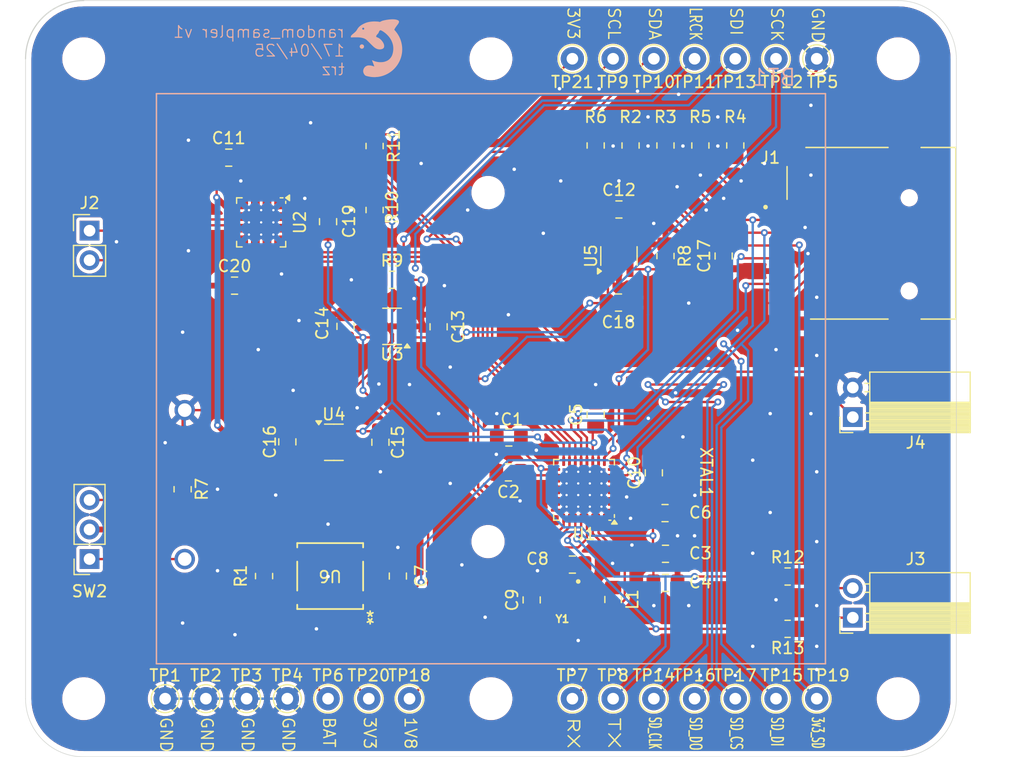
<source format=kicad_pcb>
(kicad_pcb (version 20241229) (generator "pcbnew") (generator_version "9.0")
  (layers (0 "F.Cu" signal) (2 "B.Cu" signal) (13 "F.Paste" user) (15 "B.Paste" user) (5 "F.SilkS" user "F.Silkscreen") (7 "B.SilkS" user "B.Silkscreen") (1 "F.Mask" user) (3 "B.Mask" user) (25 "Edge.Cuts" user))
  (net 0 "")
  (net 1 "Net-(BT1-Pad+)")
  (net 2 "GND")
  (net 3 "+3V3")
  (net 4 "Net-(U1-VDD_SPI)")
  (net 5 "Net-(U1-CHIP_EN)")
  (net 6 "Net-(C8-Pad1)")
  (net 7 "Net-(U1-XTAL_N)")
  (net 8 "Net-(U1-XTAL_32K_N)")
  (net 9 "Net-(XTAL1-CLK_Out)")
  (net 10 "Batt")
  (net 11 "+1V8")
  (net 12 "Net-(U2-STABA)")
  (net 13 "SD_DI")
  (net 14 "Net-(J1-DAT2)")
  (net 15 "SD_DO")
  (net 17 "SD_SCLK")
  (net 18 "Net-(J1-DAT1)")
  (net 19 "Net-(J2-Pin_1)")
  (net 20 "Net-(J2-Pin_2)")
  (net 21 "Net-(J3-Pin_1)")
  (net 22 "Net-(J3-Pin_2)")
  (net 23 "Net-(U1-XTAL_P)")
  (net 24 "Net-(R7-Pad2)")
  (net 25 "SD_POW_EN")
  (net 26 "1V8_POW_EN")
  (net 27 "SDA")
  (net 28 "SCL")
  (net 29 "TX")
  (net 30 "RX")
  (net 31 "LRCK")
  (net 32 "SCK")
  (net 39 "SDI")
  (net 41 "SD_CS")
  (net 49 "3v3_sd")
  (footprint "Capacitor_SMD:C_0805_2012Metric_Pad1.18x1.45mm_HandSolder" (layer "F.Cu") (at 55 50.05)
    (property "Reference" "C4")
    (property "Value" "0.1uF")
  )
  (footprint "RTC Oscillator:XTAL4_SiT1533_SIT" (layer "F.Cu") (at 57 40.55 90)
    (property "Reference" "XTAL1")
    (property "Value" "SIT1533AI-H4-DCC-32.768E" (hide yes))
  )
  (footprint "Capacitor_SMD:C_0805_2012Metric_Pad1.18x1.45mm_HandSolder" (layer "F.Cu") (at 41.5 40.55 180)
    (property "Reference" "C2")
    (property "Value" "1uF")
  )
  (footprint "Connector_PinHeader_2.54mm:PinHeader_1x02_P2.54mm_Vertical" (layer "F.Cu") (at 5.5 19.775)
    (property "Reference" "J2")
    (property "Value" "Conn_01x02_Pin")
  )
  (footprint "TestPoint:TestPoint_THTPad_D2.0mm_Drill1.0mm" (layer "F.Cu") (at 64.5 60)
    (property "Reference" "TP15")
    (property "Value" "TestPoint")
  )
  (footprint "Resistor_SMD:R_0805_2012Metric_Pad1.20x1.40mm_HandSolder" (layer "F.Cu") (at 55 12.455 90)
    (property "Reference" "R3")
    (property "Value" "10k")
  )
  (footprint "Capacitor_SMD:C_0805_2012Metric_Pad1.18x1.45mm_HandSolder" (layer "F.Cu") (at 30.5 37.9625 90)
    (property "Reference" "C15")
    (property "Value" "1uF")
  )
  (footprint "" (layer "F.Cu") (at 48.5 40.5)
    (property "Reference" "")
    (property "Value" "")
  )
  (footprint "" (layer "F.Cu") (at 46.5 42.5)
    (property "Reference" "")
    (property "Value" "")
  )
  (footprint "TestPoint:TestPoint_THTPad_D2.0mm_Drill1.0mm" (layer "F.Cu") (at 61 60)
    (property "Reference" "TP17")
    (property "Value" "TestPoint")
  )
  (footprint "Inductor_SMD:L_0805_2012Metric_Pad1.15x1.40mm_HandSolder" (layer "F.Cu") (at 50.5 51.475 -90)
    (property "Reference" "L1")
    (property "Value" "24nH")
  )
  (footprint "TestPoint:TestPoint_THTPad_D2.0mm_Drill1.0mm" (layer "F.Cu") (at 57.5 5 180)
    (property "Reference" "TP11")
    (property "Value" "TestPoint")
  )
  (footprint "TestPoint:TestPoint_THTPad_D2.0mm_Drill1.0mm" (layer "F.Cu") (at 12 60)
    (property "Reference" "TP1")
    (property "Value" "TestPoint")
  )
  (footprint "" (layer "F.Cu") (at 49.5 42.5)
    (property "Reference" "")
    (property "Value" "")
  )
  (footprint "" (layer "F.Cu") (at 47.455479 41.508674)
    (property "Reference" "")
    (property "Value" "")
  )
  (footprint "Capacitor_SMD:C_0805_2012Metric_Pad1.18x1.45mm_HandSolder" (layer "F.Cu") (at 35.5 28.0375 -90)
    (property "Reference" "C13")
    (property "Value" "1uF")
  )
  (footprint "MountingHole:MountingHole_3.2mm_M3" (layer "F.Cu") (at 5 60)
    (property "Reference" "H4" (hide yes))
    (property "Value" "MountingHole")
  )
  (footprint "Resistor_SMD:R_0805_2012Metric_Pad1.20x1.40mm_HandSolder" (layer "F.Cu") (at 58 12.455 90)
    (property "Reference" "R5")
    (property "Value" "10k")
  )
  (footprint "TestPoint:TestPoint_THTPad_D2.0mm_Drill1.0mm" (layer "F.Cu") (at 64.5 5 180)
    (property "Reference" "TP12")
    (property "Value" "TestPoint")
  )
  (footprint "micro SD:CUI_MSD-4-A" (layer "F.Cu") (at 72.7 20 90)
    (property "Reference" "J1")
    (property "Value" "MSD-4-A")
  )
  (footprint "Package_DFN_QFN:HVQFN-24-1EP_4x4mm_P0.5mm_EP2.6x2.6mm_ThermalVias" (layer "F.Cu") (at 20.25 19.0625 -90)
    (property "Reference" "U2")
    (property "Value" "TFA9879HN")
  )
  (footprint "Capacitor_SMD:C_0805_2012Metric_Pad1.18x1.45mm_HandSolder" (layer "F.Cu") (at 54 40.5875 90)
    (property "Reference" "C10")
    (property "Value" "20pF")
  )
  (footprint "" (layer "F.Cu") (at 49.5 40.5)
    (property "Reference" "")
    (property "Value" "")
  )
  (footprint "Capacitor_SMD:C_0805_2012Metric_Pad1.18x1.45mm_HandSolder" (layer "F.Cu") (at 27.5 28 -90)
    (property "Reference" "C14")
    (property "Value" "1uF")
  )
  (footprint "Resistor_SMD:R_0805_2012Metric_Pad1.20x1.40mm_HandSolder" (layer "F.Cu") (at 30 12.5 -90)
    (property "Reference" "R11")
    (property "Value" "1k")
  )
  (footprint "Package_TO_SOT_SMD:SOT-23-5" (layer "F.Cu") (at 31.5 28 180)
    (property "Reference" "U3")
    (property "Value" "TPS78218DDC")
  )
  (footprint "Capacitor_SMD:C_0805_2012Metric_Pad1.18x1.45mm_HandSolder" (layer "F.Cu") (at 60 21.955 90)
    (property "Reference" "C17")
    (property "Value" "1uF")
  )
  (footprint "MountingHole:MountingHole_3.2mm_M3" (layer "F.Cu") (at 40 60)
    (property "Reference" "H5" (hide yes))
    (property "Value" "MountingHole")
  )
  (footprint "Resistor_SMD:R_0805_2012Metric_Pad1.20x1.40mm_HandSolder" (layer "F.Cu") (at 49 12.455 90)
    (property "Reference" "R6")
    (property "Value" "10k")
  )
  (footprint "Package_TO_SOT_SMD:SOT-23-5" (layer "F.Cu") (at 26.5 37.9625)
    (property "Reference" "U4")
    (property "Value" "TPS78233DDC")
  )
  (footprint "TestPoint:TestPoint_THTPad_D2.0mm_Drill1.0mm" (layer "F.Cu") (at 68 60)
    (property "Reference" "TP19")
    (property "Value" "TestPoint")
  )
  (footprint "TestPoint:TestPoint_THTPad_D2.0mm_Drill1.0mm" (layer "F.Cu") (at 26 60)
    (property "Reference" "TP6")
    (property "Value" "TestPoint")
  )
  (footprint "Resistor_SMD:R_0805_2012Metric_Pad1.20x1.40mm_HandSolder" (layer "F.Cu") (at 52 12.455 90)
    (property "Reference" "R2")
    (property "Value" "10k")
  )
  (footprint "Capacitor_SMD:C_0805_2012Metric_Pad1.18x1.45mm_HandSolder" (layer "F.Cu") (at 54.9625 44.05)
    (property "Reference" "C6")
    (property "Value" "1uF")
  )
  (footprint "" (layer "F.Cu") (at 49.5 43.5)
    (property "Reference" "")
    (property "Value" "")
  )
  (footprint "Resistor_SMD:R_0805_2012Metric_Pad1.20x1.40mm_HandSolder" (layer "F.Cu") (at 31.5 24)
    (property "Reference" "R9")
    (property "Value" "10M")
  )
  (footprint "TestPoint:TestPoint_THTPad_D2.0mm_Drill1.0mm" (layer "F.Cu") (at 61 5 180)
    (property "Reference" "TP13")
    (property "Value" "TestPoint")
  )
  (footprint "TestPoint:TestPoint_THTPad_D2.0mm_Drill1.0mm" (layer "F.Cu") (at 54 5 180)
    (property "Reference" "TP10")
    (property "Value" "TestPoint")
  )
  (footprint "TestPoint:TestPoint_THTPad_D2.0mm_Drill1.0mm" (layer "F.Cu") (at 54 60)
    (property "Reference" "TP14")
    (property "Value" "TestPoint")
  )
  (footprint "Capacitor_SMD:C_0805_2012Metric_Pad1.18x1.45mm_HandSolder" (layer "F.Cu") (at 26 19 -90)
    (property "Reference" "C19")
    (property "Value" "100nF")
  )
  (footprint "TestPoint:TestPoint_THTPad_D2.0mm_Drill1.0mm" (layer "F.Cu") (at 50.5 5 180)
    (property "Reference" "TP9")
    (property "Value" "TestPoint")
  )
  (footprint "Capacitor_SMD:C_0805_2012Metric_Pad1.18x1.45mm_HandSolder" (layer "F.Cu") (at 55 47.55)
    (property "Reference" "C3")
    (property "Value" "0.1uF")
  )
  (footprint "TestPoint:TestPoint_THTPad_D2.0mm_Drill1.0mm" (layer "F.Cu") (at 47 60)
    (property "Reference" "TP7")
    (property "Value" "TestPoint")
  )
  (footprint "TestPoint:TestPoint_THTPad_D2.0mm_Drill1.0mm" (layer "F.Cu") (at 22.5 60)
    (property "Reference" "TP4")
    (property "Value" "TestPoint")
  )
  (footprint "TestPoint:TestPoint_THTPad_D2.0mm_Drill1.0mm" (layer "F.Cu") (at 50.5 60)
    (property "Reference" "TP8")
    (property "Value" "TestPoint")
  )
  (footprint "Capacitor_SMD:C_0805_2012Metric_Pad1.18x1.45mm_HandSolder" (layer "F.Cu") (at 32 49.4625 90)
    (property "Reference" "C7")
    (property "Value" "100nF")
  )
  (footprint "Resistor_SMD:R_0805_2012Metric_Pad1.20x1.40mm_HandSolder" (layer "F.Cu") (at 30 18 90)
    (property "Reference" "R10")
    (property "Value" "1k")
  )
  (footprint "Capacitor_SMD:C_0805_2012Metric_Pad1.18x1.45mm_HandSolder" (layer "F.Cu") (at 43.5 51.5125 90)
    (property "Reference" "C9")
    (property "Value" "10pF")
  )
  (footprint "Capacitor_SMD:C_0805_2012Metric_Pad1.18x1.45mm_HandSolder" (layer "F.Cu") (at 51 17.955)
    (property "Reference" "C12")
    (property "Value" "100nF")
  )
  (footprint "" (layer "F.Cu") (at 46.5 40.5)
    (property "Reference" "")
    (property "Value" "")
  )
  (footprint "" (layer "F.Cu") (at 48.5 43.5)
    (property "Reference" "")
    (property "Value" "")
  )
  (footprint "Connector_PinSocket_2.54mm:PinSocket_1x02_P2.54mm_Horizontal" (layer "F.Cu") (at 71.1 35.8 180)
    (property "Reference" "J4")
    (property "Value" "Conn_01x02_Socket")
  )
  (footprint "Connector_PinSocket_2.54mm:PinSocket_1x03_P2.54mm_Vertical" (layer "F.Cu") (at 5.5 48 180)
    (property "Reference" "SW2")
    (property "Value" "SLW-883935-2A-D")
  )
  (footprint "" (layer "F.Cu") (at 47.5 42.5)
    (property "Reference" "")
    (property "Value" "")
  )
  (footprint "Capacitor_SMD:C_0805_2012Metric_Pad1.18x1.45mm_HandSolder" (layer "F.Cu") (at 49 35.5875 90)
    (property "Reference" "C5")
    (property "Value" "0.1uF")
  )
  (footprint "" (layer "F.Cu") (at 46.5 43.5)
    (property "Reference" "")
    (property "Value" "")
  )
  (footprint "Capacitor_SMD:C_0805_2012Metric_Pad1.18x1.45mm_HandSolder" (layer "F.Cu") (at 22.5 37.925 -90)
    (property "Reference" "C16")
    (property "Value" "1uF")
  )
  (footprint "Resistor_SMD:R_0805_2012Metric_Pad1.20x1.40mm_HandSolder" (layer "F.Cu") (at 20.5 49.4625 -90)
    (property "Reference" "R1")
    (property "Value" "1M")
  )
  (footprint "" (layer "F.Cu") (at 47.5 40.5)
    (property "Reference" "")
    (property "Value" "")
  )
  (footprint "TestPoint:TestPoint_THTPad_D2.0mm_Drill1.0mm" (layer "F.Cu") (at 29.5 60)
    (property "Reference" "TP20")
    (property "Value" "TestPoint")
  )
  (footprint "" (layer "F.Cu") (at 48.540033 41.508674)
    (property "Reference" "")
    (property "Value" "")
  )
  (footprint "TestPoint:TestPoint_THTPad_D2.0mm_Drill1.0mm" (layer "F.Cu") (at 15.5 60)
    (property "Reference" "TP2")
    (property "Value" "TestPoint")
  )
  (footprint "MountingHole:MountingHole_3.2mm_M3" (layer "F.Cu") (at 40 5)
    (property "Reference" "H2" (hide yes))
    (property "Value" "MountingHole")
  )
  (footprint "Resistor_SMD:R_0805_2012Metric_Pad1.20x1.40mm_HandSolder" (layer "F.Cu") (at 61 12.455 90)
    (property "Reference" "R4")
    (property "Value" "10k")
  )
  (footprint "MountingHole:MountingHole_3.2mm_M3" (layer "F.Cu") (at 75 60)
    (property "Reference" "H6" (hide yes))
    (property "Value" "MountingHole")
  )
  (footprint "" (layer "F.Cu") (at 47.451839 42.596869)
    (property "Reference" "")
    (property "Value" "")
  )
  (footprint "" (layer "F.Cu") (at 47.5 41.5)
    (property "Reference" "")
    (property "Value" "")
  )
  (footprint "Resistor_SMD:R_0805_2012Metric_Pad1.20x1.40mm_HandSolder" (layer "F.Cu") (at 65.5 54 180)
    (property "Reference" "R13")
    (property "Value" "0")
  )
  (footprint "Capacitor_SMD:C_0805_2012Metric_Pad1.18x1.45mm_HandSolder" (layer "F.Cu") (at 17.4625 13.5)
    (property "Reference" "C11")
    (property "Value" "10uF")
  )
  (footprint "MountingHole:MountingHole_3.2mm_M3" (layer "F.Cu") (at 75 5)
    (property "Reference" "H3" (hide yes))
    (property "Value" "MountingHole")
  )
  (footprint "TestPoint:TestPoint_THTPad_D2.0mm_Drill1.0mm" (layer "F.Cu") (at 33 60 180)
    (property "Reference" "TP18")
    (property "Value" "TestPoint")
  )
  (footprint "" (layer "F.Cu") (at 48.5 41.5)
    (property "Reference" "")
    (property "Value" "")
  )
  (footprint "TestPoint:TestPoint_THTPad_D2.0mm_Drill1.0mm" (layer "F.Cu") (at 47 5 180)
    (property "Reference" "TP21")
    (property "Value" "TestPoint")
  )
  (footprint "Package_TO_SOT_SMD:SOT-23-5" (layer "F.Cu") (at 51 21.955 90)
    (property "Reference" "U5")
    (property "Value" "TPS78233DDC")
  )
  (footprint "Resistor_SMD:R_0805_2012Metric_Pad1.20x1.40mm_HandSolder" (layer "F.Cu") (at 13.5 42 -90)
    (property "Reference" "R7")
    (property "Value" "1M")
  )
  (footprint "Package_DFN_QFN:QFN-32-1EP_5x5mm_P0.5mm_EP3.7x3.7mm" (layer "F.Cu") (at 48 42.05 180)
    (property "Reference" "U1")
    (property "Value" "ESP32-C3")
  )
  (footprint "Capacitor_SMD:C_0805_2012Metric_Pad1.18x1.45mm_HandSolder" (layer "F.Cu") (at 47 48.475 180)
    (property "Reference" "C8")
    (property "Value" "10pF")
  )
  (footprint "MountingHole:MountingHole_3.2mm_M3" (layer "F.Cu") (at 5 5)
    (property "Reference" "H1" (hide yes))
    (property "Value" "MountingHole")
  )
  (footprint "TestPoint:TestPoint_THTPad_D2.0mm_Drill1.0mm" (layer "F.Cu") (at 19 60)
    (property "Reference" "TP3")
    (property "Value" "TestPoint")
  )
  (footprint "TestPoint:TestPoint_THTPad_D2.0mm_Drill1.0mm" (layer "F.Cu") (at 57.5 60)
    (property "Reference" "TP16")
    (property "Value" "TestPoint")
  )
  (footprint "" (layer "F.Cu") (at 48.5 42.5)
    (property "Reference" "")
    (property "Value" "")
  )
  (footprint "Resistor_SMD:R_0805_2012Metric_Pad1.20x1.40mm_HandSolder" (layer "F.Cu") (at 55 21.955 -90)
    (property "Reference" "R8")
    (property "Value" "10M")
  )
  (footprint "Capacitor_SMD:C_0805_2012Metric_Pad1.18x1.45mm_HandSolder" (layer "F.Cu") (at 41.5375 37.55 180)
    (property "Reference" "C1")
    (property "Value" "0.1uF")
  )
  (footprint "" (layer "F.Cu") (at 46.5 41.5)
    (property "Reference" "")
    (property "Value" "")
  )
  (footprint "Connector_PinSocket_2.54mm:PinSocket_1x02_P2.54mm_Horizontal" (layer "F.Cu") (at 71.1 53.04 180)
    (property "Reference" "J3")
    (property "Value" "Conn_01x02_Socket")
  )
  (footprint "Crystal:XTAL_ECS-400-10-37B2-CKM-TR" (layer "F.Cu") (at 46.825 51.45 180)
    (property "Reference" "Y1")
    (property "Value" "ECS-400-10-37B2-CKM-TR" (hide yes))
  )
  (footprint "Capacitor_SMD:C_0805_2012Metric_Pad1.18x1.45mm_HandSolder" (layer "F.Cu") (at 17.9625 24.5)
    (property "Reference" "C20")
    (property "Value" "100nF")
  )
  (footprint "TestPoint:TestPoint_THTPad_D2.0mm_Drill1.0mm" (layer "F.Cu") (at 68 5 180)
    (property "Reference" "TP5")
    (property "Value" "TestPoint")
  )
  (footprint "" (layer "F.Cu") (at 48.543673 42.596869)
    (property "Reference" "")
    (property "Value" "")
  )
  (footprint "Resistor_SMD:R_0805_2012Metric_Pad1.20x1.40mm_HandSolder" (layer "F.Cu") (at 65.5 49.5)
    (property "Reference" "R12")
    (property "Value" "499")
  )
  (footprint "Capacitor_SMD:C_0805_2012Metric_Pad1.18x1.45mm_HandSolder" (layer "F.Cu") (at 50.9625 25.955 180)
    (property "Reference" "C18")
    (property "Value" "1uF")
  )
  (footprint "" (layer "F.Cu") (at 49.5 41.5)
    (property "Reference" "")
    (property "Value" "")
  )
  (footprint "button:SMT_FS" (layer "F.Cu") (at 26.18135 49.4625 180)
    (property "Reference" "U6")
    (property "Value" "PTS526 SK15 SMTR2 LFS")
  )
  (footprint "" (layer "F.Cu") (at 47.5 43.5)
    (property "Reference" "")
    (property "Value" "")
  )
  (footprint "Battery Holder:BAT_BC3AAPC" (layer "B.Cu") (at 40 32.5 180)
    (property "Reference" "BT1")
    (property "Value" "BC3AAPC")
  )
  (footprint "LOGO" (layer "B.Cu") (at 30.167 4.087 180)
    (property "Reference" "G***" (hide yes))
    (property "Value" "LOGO" (hide yes))
  )
  (gr_arc (start 0 5) (mid 1.464466 1.464466) (end 5 0) (stroke (width 0.1)) (layer "Edge.Cuts"))
  (gr_line (start 75 0) (end 5 0) (stroke (width 0.05)) (layer "Edge.Cuts"))
  (gr_arc (start 80 60) (mid 78.535534 63.535534) (end 75 65) (stroke (width 0.05)) (layer "Edge.Cuts"))
  (gr_line (start 80 60) (end 80 5) (stroke (width 0.05)) (layer "Edge.Cuts"))
  (gr_line (start 0 5) (end 0 60) (stroke (width 0.05)) (layer "Edge.Cuts"))
  (gr_arc (start 75 0) (mid 78.535534 1.464466) (end 80 5) (stroke (width 0.05)) (layer "Edge.Cuts"))
  (gr_line (start 5 65) (end 75 65) (stroke (width 0.05)) (layer "Edge.Cuts"))
  (gr_arc (start 5 65) (mid 1.464466 63.535534) (end 0 60) (stroke (width 0.05)) (layer "Edge.Cuts"))
  (gr_text "SD_DO" (at 57 61.5 270) (layer "F.SilkS") (effects (font (size 1 0.6) (thickness 0.125)) (justify left bottom)))
  (gr_text "SDI" (at 60.5 0.5 270) (layer "F.SilkS") (effects (font (size 1 1) (thickness 0.125)) (justify left bottom)))
  (gr_text "GND" (at 15 61.5 270) (layer "F.SilkS") (effects (font (size 1 1) (thickness 0.125)) (justify left bottom)))
  (gr_text "SDA" (at 53.5 0.5 270) (layer "F.SilkS") (effects (font (size 1 1) (thickness 0.125)) (justify left bottom)))
  (gr_text "GND" (at 18.5 61.5 270) (layer "F.SilkS") (effects (font (size 1 1) (thickness 0.125)) (justify left bottom)))
  (gr_text "SCL" (at 50 0.5 270) (layer "F.SilkS") (effects (font (size 1 1) (thickness 0.125)) (justify left bottom)))
  (gr_text "SCK" (at 64 0.5 270) (layer "F.SilkS") (effects (font (size 1 1) (thickness 0.125)) (justify left bottom)))
  (gr_text "3v3_SD" (at 67.5 61.5 270) (layer "F.SilkS") (effects (font (size 1 0.5) (thickness 0.125)) (justify left bottom)))
  (gr_text "SD_CS" (at 60.5 61.5 270) (layer "F.SilkS") (effects (font (size 1 0.6) (thickness 0.125)) (justify left bottom)))
  (gr_text "RX" (at 46.5 61.5 270) (layer "F.SilkS") (effects (font (size 1 1.4) (thickness 0.125)) (justify left bottom)))
  (gr_text "SD_CLK" (at 53.5 61.5 270) (layer "F.SilkS") (effects (font (size 1 0.5) (thickness 0.125)) (justify left bottom)))
  (gr_text "GND" (at 67.5 0.5 270) (layer "F.SilkS") (effects (font (size 1 1) (thickness 0.125)) (justify left bottom)))
  (gr_text "GND" (at 11.5 61.5 270) (layer "F.SilkS") (effects (font (size 1 1) (thickness 0.125)) (justify left bottom)))
  (gr_text "3V3" (at 46.5 0.5 270) (layer "F.SilkS") (effects (font (size 1 1) (thickness 0.125)) (justify left bottom)))
  (gr_text "SD_DI" (at 64 61.5 270) (layer "F.SilkS") (effects (font (size 1 0.6) (thickness 0.125)) (justify left bottom)))
  (gr_text "TX" (at 50 61.5 270) (layer "F.SilkS") (effects (font (size 1 1.6) (thickness 0.125)) (justify left bottom)))
  (gr_text "LRCK" (at 57 0.5 270) (layer "F.SilkS") (effects (font (size 1 0.75) (thickness 0.125)) (justify left bottom)))
  (gr_text "1V8" (at 32.5 61.5 270) (layer "F.SilkS") (effects (font (size 1 1) (thickness 0.125)) (justify left bottom)))
  (gr_text "GND" (at 22 61.5 270) (layer "F.SilkS") (effects (font (size 1 1) (thickness 0.125)) (justify left bottom)))
  (gr_text "BAT" (at 25.5 61.5 270) (layer "F.SilkS") (effects (font (size 1 1) (thickness 0.125)) (justify left bottom)))
  (gr_text "3V3" (at 29 61.5 270) (layer "F.SilkS") (effects (font (size 1 1) (thickness 0.125)) (justify left bottom)))
  (gr_text "random_sampler v1\n17/04/25\ntrz\n" (at 27.5 6.5 0) (layer "B.SilkS") (effects (font (size 1 1) (thickness 0.1)) (justify left bottom mirror)))
  (segment (start 5.5 48) (end 13.68 48) (width 0.2) (layer "F.Cu") (net 1))
  (segment (start 18.3125 20.3125) (end 18.3125 19.8125) (width 0.2) (layer "F.Cu") (net 2))
  (segment (start 60.2575 23.25) (end 60 22.9925) (width 0.2) (layer "F.Cu") (net 2))
  (segment (start 51.95 18.0425) (end 52.0375 17.955) (width 0.2) (layer "F.Cu") (net 2))
  (segment (start 20.5 17.125) (end 20.5 15.5) (width 0.2) (layer "F.Cu") (net 2))
  (segment (start 49 33) (end 49 34.55) (width 0.2) (layer "F.Cu") (net 2))
  (segment (start 18.734202 20.3125) (end 18.3125 20.3125) (width 0.2) (layer "F.Cu") (net 2))
  (segment (start 21.449 17.8635) (end 21.714798 17.8635) (width 0.2) (layer "F.Cu") (net 2))
  (segment (start 20 21) (end 20 19.3125) (width 0.2) (layer "F.Cu") (net 2))
  (segment (start 57.525 42.525) (end 56 44.05) (width 0.2) (layer "F.Cu") (net 2))
  (segment (start 51 23.0925) (end 51 24.955) (width 0.2) (layer "F.Cu") (net 2))
  (segment (start 27.5 26.9625) (end 20.8125 33.65) (width 0.2) (layer "F.Cu") (net 2))
  (segment (start 40.4625 37.5875) (end 40.5 37.55) (width 0.2) (layer "F.Cu") (net 2))
  (segment (start 20 15) (end 20 17.125) (width 0.2) (layer "F.Cu") (net 2))
  (segment (start 16.6875 19.8125) (end 16.5 20) (width 0.2) (layer "F.Cu") (net 2))
  (segment (start 68 6) (end 66 8) (width 0.2) (layer "F.Cu") (net 2))
  (segment (start 31.1833 47.6083) (end 32 48.425) (width 0.2) (layer "F.Cu") (net 2))
  (segment (start 75.55 28.81) (end 75.55 27.75) (width 0.2) (layer "F.Cu") (net 2))
  (segment (start 20.5 21) (end 20.5 19.3125) (width 0.2) (layer "F.Cu") (net 2))
  (segment (start 18.3125 19.8125) (end 19.2 19.8125) (width 0.2) (layer "F.Cu") (net 2))
  (segment (start 27.9625 26.9625) (end 28.05 27.05) (width 0.2) (layer "F.Cu") (net 2))
  (segment (start 20.8125 33.65) (end 20.8125 35.2) (width 0.2) (layer "F.Cu") (net 2))
  (segment (start 34.5 28) (end 35.5 27) (width 0.2) (layer "F.Cu") (net 2))
  (segment (start 16.5 20) (end 16.925 20.425) (width 0.2) (layer "F.Cu") (net 2))
  (segment (start 19.5 18.3125) (end 20.25 19.0625) (width 0.2) (layer "F.Cu") (net 2))
  (segment (start 21.714798 17.8635) (end 21.765798 17.8125) (width 0.2) (layer "F.Cu") (net 2))
  (segment (start 66 8) (end 66 13.15) (width 0.2) (layer "F.Cu") (net 2))
  (segment (start 43.5 50.475) (end 43.5 49.5) (width 0.2) (layer "F.Cu") (net 2))
  (segment (start 66 13.15) (end 74.65 13.15) (width 0.2) (layer "F.Cu") (net 2))
  (segment (start 43.5 50.475) (end 43.95 50.475) (width 0.2) (layer "F.Cu") (net 2))
  (segment (start 23.575 37.9625) (end 25.3625 37.9625) (width 0.2) (layer "F.Cu") (net 2))
  (segment (start 43.95 50.475) (end 44.4 50.925) (width 0.2) (layer "F.Cu") (net 2))
  (segment (start 28.05 27.05) (end 30.3625 27.05) (width 0.2) (layer "F.Cu") (net 2))
  (segment (start 51.95 20.8175) (end 54.8625 20.8175) (width 0.2) (layer "F.Cu") (net 2))
  (segment (start 20.5 23) (end 21 23.5) (width 0.2) (layer "F.Cu") (net 2))
  (segment (start 60 22.9925) (end 58.4925 22.9925) (width 0.2) (layer "F.Cu") (net 2))
  (segment (start 20 21) (end 20 22.5) (width 0.2) (layer "F.Cu") (net 2))
  (segment (start 30.3625 27.05) (end 31.3125 28) (width 0.2) (layer "F.Cu") (net 2))
  (segment (start 20.5 21) (end 20.5 23) (width 0.2) (layer "F.Cu") (net 2))
  (segment (start 44.4 50.925) (end 46.15 50.925) (width 0.2) (layer "F.Cu") (net 2))
  (segment (start 56.455 20.955) (end 55 20.955) (width 0.2) (layer "F.Cu") (net 2))
  (segment (start 27.5 26.9625) (end 27.9625 26.9625) (width 0.2) (layer "F.Cu") (net 2))
  (segment (start 19.2 19.8125) (end 19.2 20.1125) (width 0.2) (layer "F.Cu") (net 2))
  (segment (start 26 17.9625) (end 25.85 17.8125) (width 0.2) (layer "F.Cu") (net 2))
  (segment (start 75.55 12.25) (end 75.099 12.701) (width 0.2) (layer "F.Cu") (net 2))
  (segment (start 51 22.5) (end 51.95 21.55) (width 0.2) (layer "F.Cu") (net 2))
  (segment (start 44.525 48.475) (end 45.9625 48.475) (width 0.2) (layer "F.Cu") (net 2))
  (segment (start 20.5 18.8125) (end 20.25 19.0625) (width 0.2) (layer "F.Cu") (net 2))
  (segment (start 60 24.5) (end 63.25 27.75) (width 0.2) (layer "F.Cu") (net 2))
  (segment (start 60 22.9925) (end 60 24.5) (width 0.2) (layer "F.Cu") (net 2))
  (segment (start 20.5 19.3125) (end 20.25 19.0625) (width 0.2) (layer "F.Cu") (net 2))
  (segment (start 18.3125 19.8125) (end 16.6875 19.8125) (width 0.2) (layer "F.Cu") (net 2))
  (segment (start 30.5 40.5) (end 30.5 39) (width 0.2) (layer "F.Cu") (net 2))
  (segment (start 20 18.8125) (end 20.25 19.0625) (width 0.2) (layer "F.Cu") (net 2))
  (segment (start 57.9995 40.845801) (end 57.9995 42.0505) (width 0.2) (layer "F.Cu") (net 2))
  (segment (start 19.5 17.125) (end 20 17.125) (width 0.2) (layer "F.Cu") (net 2))
  (segment (start 56.0375 50.05) (end 56.0375 47.55) (width 0.2) (layer "F.Cu") (net 2))
  (segment (start 57.445999 40.648975) (end 57.802674 40.648975) (width 0.2) (layer "F.Cu") (net 2))
  (segment (start 71.1 33.26) (end 75.55 28.81) (width 0.2) (layer "F.Cu") (net 2))
  (segment (start 16.925 21.7) (end 18.3125 20.3125) (width 0.2) (layer "F.Cu") (net 2))
  (segment (start 60.2575 23.25) (end 64.95 23.25) (width 0.2) (layer "F.Cu") (net 2))
  (segment (start 58.4925 22.9925) (end 56.455 20.955) (width 0.2) (layer "F.Cu") (net 2))
  (segment (start 30.3625 27.05) (end 30.3625 24.1375) (width 0.2) (layer "F.Cu") (net 2))
  (segment (start 74.65 13.15) (end 75.55 12.25) (width 0.2) (layer "F.Cu") (net 2))
  (segment (start 19.2 20.1125) (end 18.934202 20.1125) (width 0.2) (layer "F.Cu") (net 2))
  (segment (start 29.3627 47.6083) (end 23 47.6083) (width 0.2) (layer "F.Cu") (net 2))
  (segment (start 43.5 49.5) (end 44 49) (width 0.2) (layer "F.Cu") (net 2))
  (segment (start 57.9995 42.0505) (end 57.525 42.525) (width 0.2) (layer "F.Cu") (net 2))
  (segment (start 20.5 17.125) (end 20.5 18.8125) (width 0.2) (layer "F.Cu") (net 2))
  (segment (start 31.3125 28) (end 32.6375 28) (width 0.2) (layer "F.Cu") (net 2))
  (segment (start 20.8125 35.2) (end 22.5 36.8875) (width 0.2) (layer "F.Cu") (net 2))
  (segment (start 27.9625 17.9625) (end 28 18) (width 0.2) (layer "F.Cu") (net 2))
  (segment (start 68 5) (end 68 6) (width 0.2) (layer "F.Cu") (net 2))
  (segment (start 20 19.3125) (end 20.25 19.0625) (width 0.2) (layer "F.Cu") (net 2))
  (segment (start 51 24.955) (end 52 25.955) (width 0.2) (layer "F.Cu") (net 2))
  (segment (start 20 22.5) (end 20.5 23) (width 0.2) (layer "F.Cu") (net 2))
  (segment (start 51.95 21.55) (end 51.95 20.8175) (width 0.2) (layer "F.Cu") (net 2))
  (segment (start 20 17.125) (end 20 18.8125) (width 0.2) (layer "F.Cu") (net 2))
  (segment (start 32 48.425) (end 32 47) (width 0.2) (layer "F.Cu") (net 2))
  (segment (start 20 17.125) (end 20.5 17.125) (width 0.2) (layer "F.Cu") (net 2))
  (segment (start 56 44.5) (end 56.0375 44.5375) (width 0.2) (layer "F.Cu") (net 2))
  (segment (start 57.802674 40.648975) (end 57.9995 40.845801) (width 0.2) (layer "F.Cu") (net 2))
  (segment (start 56.0375 44.5375) (end 56.0375 46) (width 0.2) (layer "F.Cu") (net 2))
  (segment (start 29.3627 47.6083) (end 31.1833 47.6083) (width 0.2) (layer "F.Cu") (net 2))
  (segment (start 45.9625 50.7375) (end 46.15 50.925) (width 0.2) (layer "F.Cu") (net 2))
  (segment (start 40.4625 40.55) (end 40.4625 37.5875) (width 0.2) (layer "F.Cu") (net 2))
  (segment (start 13.5 41) (end 13.5 35.38) (width 0.2) (layer "F.Cu") (net 2))
  (segment (start 18.934202 20.1125) (end 18.734202 20.3125) (width 0.2) (layer "F.Cu") (net 2))
  (segment (start 21 23.5) (end 22 23.5) (width 0.2) (layer "F.Cu") (net 2))
  (segment (start 52 25.955) (end 52 27.5) (width 0.2) (layer "F.Cu") (net 2))
  (segment (start 66.25 27.75) (end 75.55 27.75) (width 0.2) (layer "F.Cu") (net 2))
  (segment (start 51.95 20.8175) (end 51.95 18.0425) (width 0.2) (layer "F.Cu") (net 2))
  (segment (start 30.3625 24.1375) (end 30.5 24) (width 0.2) (layer "F.Cu") (net 2))
  (segment (start 21.765798 17.8125) (end 22.1875 17.8125) (width 0.2) (layer "F.Cu") (net 2))
  (segment (start 28 24) (end 30.5 24) (width 0.2) (layer "F.Cu") (net 2))
  (segment (start 21.3 18.0125) (end 21.449 17.8635) (width 0.2) (layer "F.Cu") (net 2))
  (segment (start 75.099 12.701) (end 75.099 27.299) (width 0.2) (layer "F.Cu") (net 2))
  (segment (start 19.5 15.5) (end 20 15) (width 0.2) (layer "F.Cu") (net 2))
  (segment (start 44 49) (end 44.525 48.475) (width 0.2) (layer "F.Cu") (net 2))
  (segment (start 75.099 27.299) (end 75.55 27.75) (width 0.2) (layer "F.Cu") (net 2))
  (segment (start 27.6375 38.9125) (end 30.4125 38.9125) (width 0.2) (layer "F.Cu") (net 2))
  (segment (start 30.4125 38.9125) (end 30.5 39) (width 0.2) (layer "F.Cu") (net 2))
  (segment (start 22.5 36.8875) (end 23.575 37.9625) (width 0.2) (layer "F.Cu") (net 2))
  (segment (start 16.925 24.5) (end 16.925 21.7) (width 0.2) (layer "F.Cu") (net 2))
  (segment (start 51 23.0925) (end 51 22.5) (width 0.2) (layer "F.Cu") (net 2))
  (segment (start 13.5 35.38) (end 13.68 35.2) (width 0.2) (layer "F.Cu") (net 2))
  (segment (start 63.25 27.75) (end 66.25 27.75) (width 0.2) (layer "F.Cu") (net 2))
  (segment (start 56.0375 46) (end 56.0375 47.55) (width 0.2) (layer "F.Cu") (net 2))
  (segment (start 20.5 15.5) (end 20 15) (width 0.2) (layer "F.Cu") (net 2))
  (segment (start 45.9625 48.475) (end 45.9625 50.7375) (width 0.2) (layer "F.Cu") (net 2))
  (segment (start 32.6375 28) (end 34.5 28) (width 0.2) (layer "F.Cu") (net 2))
  (segment (start 16.925 20.425) (end 16.925 21.7) (width 0.2) (layer "F.Cu") (net 2))
  (segment (start 19.5 17.125) (end 19.5 18.3125) (width 0.2) (layer "F.Cu") (net 2))
  (segment (start 18.5 13.5) (end 20 15) (width 0.2) (layer "F.Cu") (net 2))
  (segment (start 13.68 35.2) (end 20.8125 35.2) (width 0.2) (layer "F.Cu") (net 2))
  (segment (start 40.5 35.5) (end 40.5 37.55) (width 0.2) (layer "F.Cu") (net 2))
  (segment (start 54.8625 20.8175) (end 55 20.955) (width 0.2) (layer "F.Cu") (net 2))
  (segment (start 56 44.05) (end 56 44.5) (width 0.2) (layer "F.Cu") (net 2))
  (segment (start 20 21) (end 20.5 21) (width 0.2) (layer "F.Cu") (net 2))
  (segment (start 19.5 17.125) (end 19.5 15.5) (width 0.2) (layer "F.Cu") (net 2))
  (segment (start 25.85 17.8125) (end 22.1875 17.8125) (width 0.2) (layer "F.Cu") (net 2))
  (segment (start 26 17.9625) (end 27.9625 17.9625) (width 0.2) (layer "F.Cu") (net 2))
  (via (at 51 15.5) (size 0.6) (drill 0.3) (layers "F.Cu" "B.Cu") (net 2))
  (via (at 67.5 15) (size 0.6) (drill 0.3) (layers "F.Cu" "B.Cu") (net 2))
  (via (at 28 18) (size 0.6) (drill 0.3) (layers "F.Cu" "B.Cu") (net 2))
  (via (at 37.5 48.5) (size 0.6) (drill 0.3) (layers "F.Cu" "B.Cu") (net 2))
  (via (at 52 44.5) (size 0.6) (drill 0.3) (layers "F.Cu" "B.Cu") (net 2))
  (via (at 53.991042 19.151974) (size 0.6) (drill 0.3) (layers "F.Cu" "B.Cu") (net 2))
  (via (at 39.5 53) (size 0.6) (drill 0.3) (layers "F.Cu" "B.Cu") (net 2))
  (via (at 52.116186 46.794457) (size 0.6) (drill 0.3) (layers "F.Cu" "B.Cu") (net 2))
  (via (at 64 44) (size 0.6) (drill 0.3) (layers "F.Cu" "B.Cu") (net 2))
  (via (at 44 49) (size 0.6) (drill 0.3) (layers "F.Cu" "B.Cu") (net 2))
  (via (at 7.815299 20.729268) (size 0.6) (drill 0.3) (layers "F.Cu" "B.Cu") (net 2))
  (via (at 51.662952 42.662952) (size 0.6) (drill 0.3) (layers "F.Cu" "B.Cu") (net 2))
  (via (at 64.5 51.5) (size 0.6) (drill 0.3) (layers "F.Cu" "B.Cu") (net 2))
  (via (at 36 24.5) (size 0.6) (drill 0.3) (layers "F.Cu" "B.Cu") (net 2))
  (via (at 16.5 49) (size 0.6) (drill 0.3) (layers "F.Cu" "B.Cu") (net 2))
  (via (at 18 54.5) (size 0.6) (drill 0.3) (layers "F.Cu" "B.Cu") (net 2))
  (via (at 33 33) (size 0.6) (drill 0.3) (layers "F.Cu" "B.Cu") (net 2))
  (via (at 57.5 46) (size 0.6) (drill 0.3) (layers "F.Cu" "B.Cu") (net 2))
  (via (at 57 52) (size 0.6) (drill 0.3) (layers "F.Cu" "B.Cu") (net 2))
  (via (at 62.5 39.5) (size 0.6) (drill 0.3) (layers "F.Cu" "B.Cu") (net 2))
  (via (at 28 24) (size 0.6) (drill 0.3) (layers "F.Cu" "B.Cu") (net 2))
  (via (at 62.5 47.5) (size 0.6) (drill 0.3) (layers "F.Cu" "B.Cu") (net 2))
  (via (at 50.5 12.5) (size 0.6) (drill 0.3) (layers "F.Cu" "B.Cu") (net 2))
  (via (at 13.5 53.5) (size 0.6) (drill 0.3) (layers "F.Cu" "B.Cu") (net 2))
  (via (at 49 33) (size 0.6) (drill 0.3) (layers "F.Cu" "B.Cu") (net 2))
  (via (at 58.5 18) (size 0.6) (drill 0.3) (layers "F.Cu" "B.Cu") (net 2))
  (via (at 67.248152 21.744641) (size 0.6) (drill 0.3) (layers "F.Cu" "B.Cu") (net 2))
  (via (at 23 33.5) (size 0.6) (drill 0.3) (layers "F.Cu" "B.Cu") (net 2))
  (via (at 34 14) (size 0.6) (drill 0.3) (layers "F.Cu" "B.Cu") (net 2))
  (via (at 42.5 43) (size 0.6) (drill 0.3) (layers "F.Cu" "B.Cu") (net 2))
  (via (at 53.526404 35.902402) (size 0.6) (drill 0.3) (layers "F.Cu" "B.Cu") (net 2))
  (via (at 38 18) (size 0.6) (drill 0.3) (layers "F.Cu" "B.Cu") (net 2))
  (via (at 26 49.5) (size 0.6) (drill 0.3) (layers "F.Cu" "B.Cu") (net 2))
  (via (at 44.5 20) (size 0.6) (drill 0.3) (layers "F.Cu" "B.Cu") (net 2))
  (via (at 58 58) (size 0.6) (drill 0.3) (layers "F.Cu" "B.Cu") (net 2))
  (via (at 68 46.5) (size 0.6) (drill 0.3) (layers "F.Cu" "B.Cu") (net 2))
  (via (at 59.5 12.5) (size 0.6) (drill 0.3) (layers "F.Cu" "B.Cu") (net 2))
  (via (at 54 52) (size 0.6) (drill 0.3) (layers "F.Cu" "B.Cu") (net 2))
  (via (at 67.5 9) (size 0.6) (drill 0.3) (layers "F.Cu" "B.Cu") (net 2))
  (via (at 59.5 10) (size 0.6) (drill 0.3) (layers "F.Cu" "B.Cu") (net 2))
  (via (at 30.367279 32.956413) (size 0.6) (drill 0.3) (layers "F.Cu" "B.Cu") (net 2))
  (via (at 47 57.5) (size 0.6) (drill 0.3) (layers "F.Cu" "B.Cu") (net 2))
  (via (at 60 17) (size 0.6) (drill 0.3) (layers "F.Cu" "B.Cu") (net 2))
  (via (at 58 15) (size 0.6) (drill 0.3) (layers "F.Cu" "B.Cu") (net 2))
  (via (at 68 30.5) (size 0.6) (drill 0.3) (layers "F.Cu" "B.Cu") (net 2))
  (via (at 56.12785 8.058581) (size 0.6) (drill 0.3) (layers "F.Cu" "B.Cu") (net 2))
  (via (at 35.5 35.5) (size 0.6) (drill 0.3) (layers "F.Cu" "B.Cu") (net 2))
  (via (at 52 27.5) (size 0.6) (drill 0.3) (layers "F.Cu" "B.Cu") (net 2))
  (via (at 23.5 27.5) (size 0.6) (drill 0.3) (layers "F.Cu" "B.Cu") (net 2))
  (via (at 49.296365 7.596142) (size 0.6) (drill 0.3) (layers "F.Cu" "B.Cu") (net 2))
  (via (at 61.194482 28.335219) (size 0.6) (drill 0.3) (layers "F.Cu" "B.Cu") (net 2))
  (via (at 68 57.5) (size 0.6) (drill 0.3) (layers "F.Cu" "B.Cu") (net 2))
  (via (at 54.5 57.5) (size 0.6) (drill 0.3) (layers "F.Cu" "B.Cu") (net 2))
  (via (at 13.5 28.5) (size 0.6) (drill 0.3) (layers "F.Cu" "B.Cu") (net 2))
  (via (at 62.5 55.5) (size 0.6) (drill 0.3) (layers "F.Cu" "B.Cu") (net 2))
  (via (at 28.5 35) (size 0.6) (drill 0.3) (layers "F.Cu" "B.Cu") (net 2))
  (via (at 51 57.5) (size 0.6) (drill 0.3) (layers "F.Cu" "B.Cu") (net 2))
  (via (at 30.5 40.5) (size 0.6) (drill 0.3) (layers "F.Cu" "B.Cu") (net 2))
  (via (at 46 15.5) (size 0.6) (drill 0.3) (layers "F.Cu" "B.Cu") (net 2))
  (via (at 56.5 37.5) (size 0.6) (drill 0.3) (layers "F.Cu" "B.Cu") (net 2))
  (via (at 45.891133 7.575122) (size 0.6) (drill 0.3) (layers "F.Cu" "B.Cu") (net 2))
  (via (at 56.0375 46) (size 0.6) (drill 0.3) (layers "F.Cu" "B.Cu") (net 2))
  (via (at 41.5 27) (size 0.6) (drill 0.3) (layers "F.Cu" "B.Cu") (net 2))
  (via (at 68 52) (size 0.6) (drill 0.3) (layers "F.Cu" "B.Cu") (net 2))
  (via (at 56 16) (size 0.6) (drill 0.3) (layers "F.Cu" "B.Cu") (net 2))
  (via (at 40.4625 39) (size 0.6) (drill 0.3) (layers "F.Cu" "B.Cu") (net 2))
  (via (at 47.5 55) (size 0.6) (drill 0.3) (layers "F.Cu" "B.Cu") (net 2))
  (via (at 57 26) (size 0.6) (drill 0.3) (layers "F.Cu" "B.Cu") (net 2))
  (via (at 56.5 12.5) (size 0.6) (drill 0.3) (layers "F.Cu" "B.Cu") (net 2))
  (via (at 16.5 42) (size 0.6) (drill 0.3) (layers "F.Cu" "B.Cu") (net 2))
  (via (at 32 47) (size 0.6) (drill 0.3) (layers "F.Cu" "B.Cu") (net 2))
  (via (at 67 19.5) (size 0.6) (drill 0.3) (layers "F.Cu" "B.Cu") (net 2))
  (via (at 52.596498 7.785321) (size 0.6) (drill 0.3) (layers "F.Cu" "B.Cu") (net 2))
  (via (at 64.5 30) (size 0.6) (drill 0.3) (layers "F.Cu" "B.Cu") (net 2))
  (via (at 57.525 42.525) (size 0.6) (drill 0.3) (layers "F.Cu" "B.Cu") (net 2))
  (via (at 50.452107 48.370953) (size 0.6) (drill 0.3) (layers "F.Cu" "B.Cu") (net 2))
  (via (at 42 14.5) (size 0.6) (drill 0.3) (layers "F.Cu" "B.Cu") (net 2))
  (via (at 53.5 10) (size 0.6) (drill 0.3) (layers "F.Cu" "B.Cu") (net 2))
  (via (at 26 45) (size 0.6) (drill 0.3) (layers "F.Cu" "B.Cu") (net 2))
  (via (at 68 40.5) (size 0.6) (drill 0.3) (layers "F.Cu" "B.Cu") (net 2))
  (via (at 14 21.5) (size 0.6) (drill 0.3) (layers "F.Cu" "B.Cu") (net 2))
  (via (at 36.5 31.5) (size 0.6) (drill 0.3) (layers "F.Cu" "B.Cu") (net 2))
  (via (at 61 58) (size 0.6) (drill 0.3) (layers "F.Cu" "B.Cu") (net 2))
  (via (at 24 17) (size 0.6) (drill 0.3) (layers "F.Cu" "B.Cu") (net 2))
  (via (at 58.697312 30.756718) (size 0.6) (drill 0.3) (layers "F.Cu" "B.Cu") (net 2))
  (via (at 61.5 15.5) (size 0.6) (drill 0.3) (layers "F.Cu" "B.Cu") (net 2))
  (via (at 40.5 35.5) (size 0.6) (drill 0.3) (layers "F.Cu" "B.Cu") (net 2))
  (via (at 33.387562 25.612437) (size 0.6) (drill 0.3) (layers "F.Cu" "B.Cu") (net 2))
  (via (at 53.5 12.5) (size 0.6) (drill 0.3) (layers "F.Cu" "B.Cu") (net 2))
  (via (at 64.5 57.5) (size 0.6) (drill 0.3) (layers "F.Cu" "B.Cu") (net 2))
  (via (at 14 12) (size 0.6) (drill 0.3) (layers "F.Cu" "B.Cu") (net 2))
  (via (at 68 25.5) (size 0.6) (drill 0.3) (layers "F.Cu" "B.Cu") (net 2))
  (via (at 55.868219 33.712875) (size 0.6) (drill 0.3) (layers "F.Cu" "B.Cu") (net 2))
  (via (at 43.900231 38.645207) (size 0.6) (drill 0.3) (layers "F.Cu" "B.Cu") (net 2))
  (via (at 64 35.5) (size 0.6) (drill 0.3) (layers "F.Cu" "B.Cu") (net 2))
  (via (at 36.5 41.5) (size 0.6) (drill 0.3) (layers "F.Cu" "B.Cu") (net 2))
  (via (at 67.5 35.5) (size 0.6) (drill 0.3) (layers "F.Cu" "B.Cu") (net 2))
  (via (at 25 54) (size 0.6) (drill 0.3) (layers "F.Cu" "B.Cu") (net 2))
  (via (at 20 30) (size 0.6) (drill 0.3) (layers "F.Cu" "B.Cu") (net 2))
  (via (at 63.5 14) (size 0.6) (drill 0.3) (layers "F.Cu" "B.Cu") (net 2))
  (via (at 21.5 42.5) (size 0.6) (drill 0.3) (layers "F.Cu" "B.Cu") (net 2))
  (via (at 22 23.5) (size 0.6) (drill 0.3) (layers "F.Cu" "B.Cu") (net 2))
  (via (at 12 38) (size 0.6) (drill 0.3) (layers "F.Cu" "B.Cu") (net 2))
  (via (at 18.5 15.5) (size 0.6) (drill 0.3) (layers "F.Cu" "B.Cu") (net 2))
  (via (at 68 55.5) (size 0.6) (drill 0.3) (layers "F.Cu" "B.Cu") (net 2))
  (via (at 24.5 10.5) (size 0.6) (drill 0.3) (layers "F.Cu" "B.Cu") (net 2))
  (segment (start 13.68 36.529943) (end 17.650057 40.5) (width 0.2) (layer "B.Cu") (net 2))
  (segment (start 32 39) (end 30.5 40.5) (width 0.2) (layer "B.Cu") (net 2))
  (segment (start 40.4625 39) (end 32 39) (width 0.2) (layer "B.Cu") (net 2))
  (segment (start 49.449943 47.5) (end 47.624678 45.674735) (width 0.2) (layer "B.Cu") (net 2))
  (segment (start 48 42) (end 48.5 42.5) (width 0.2) (layer "B.Cu") (net 2))
  (segment (start 22.5 60) (end 19 60) (width 0.2) (layer "B.Cu") (net 2))
  (segment (start 43 33) (end 40.5 35.5) (width 0.2) (layer "B.Cu") (net 2))
  (segment (start 32 47) (end 30.5 45.5) (width 0.2) (layer "B.Cu") (net 2))
  (segment (start 44 49) (end 42.399 50.601) (width 0.2) (layer "B.Cu") (net 2))
  (segment (start 52 27.5) (end 52 30) (width 0.2) (layer "B.Cu") (net 2))
  (segment (start 52.0375 42) (end 48 42) (width 0.2) (layer "B.Cu") (net 2))
  (segment (start 15.5 60) (end 12 60) (width 0.2) (layer "B.Cu") (net 2))
  (segment (start 56.0375 46) (end 52.0375 42) (width 0.2) (layer "B.Cu") (net 2))
  (segment (start 49 33) (end 43 33) (width 0.2) (layer "B.Cu") (net 2))
  (segment (start 12 60) (end 12 38) (width 0.2) (layer "B.Cu") (net 2))
  (segment (start 56.0375 46) (end 54.5375 47.5) (width 0.2) (layer "B.Cu") (net 2))
  (segment (start 13.68 35.2) (end 13.68 36.529943) (width 0.2) (layer "B.Cu") (net 2))
  (segment (start 47.624678 45.674735) (end 46.460765 45.674735) (width 0.2) (layer "B.Cu") (net 2))
  (segment (start 28 18) (end 28 24) (width 0.2) (layer "B.Cu") (net 2))
  (segment (start 12 38) (end 12 36.88) (width 0.2) (layer "B.Cu") (net 2))
  (segment (start 30.5 45.5) (end 30.5 40.5) (width 0.2) (layer "B.Cu") (net 2))
  (segment (start 42.399 50.601) (end 33.751057 50.601) (width 0.2) (layer "B.Cu") (net 2))
  (segment (start 12 36.88) (end 13.68 35.2) (width 0.2) (layer "B.Cu") (net 2))
  (segment (start 54.5375 47.5) (end 49.449943 47.5) (width 0.2) (layer "B.Cu") (net 2))
  (segment (start 52 30) (end 49 33) (width 0.2) (layer "B.Cu") (net 2))
  (segment (start 19 60) (end 15.5 60) (width 0.2) (layer "B.Cu") (net 2))
  (segment (start 46.460765 45.674735) (end 44 48.1355) (width 0.2) (layer "B.Cu") (net 2))
  (segment (start 33.751057 50.601) (end 32 48.849943) (width 0.2) (layer "B.Cu") (net 2))
  (segment (start 32 48.849943) (end 32 47) (width 0.2) (layer "B.Cu") (net 2))
  (segment (start 17.650057 40.5) (end 30.5 40.5) (width 0.2) (layer "B.Cu") (net 2))
  (segment (start 44 48.1355) (end 44 49) (width 0.2) (layer "B.Cu") (net 2))
  (segment (start 32.5 41.5) (end 32.5 38.925) (width 0.2) (layer "F.Cu") (net 3))
  (segment (start 53.925 44.05) (end 53.175 43.3) (width 0.2) (layer "F.Cu") (net 3))
  (segment (start 30 19) (end 31.5 19) (width 0.2) (layer "F.Cu") (net 3))
  (segment (start 31.5 11.5) (end 30 11.5) (width 0.2) (layer "F.Cu") (net 3))
  (segment (start 23.5 43.5) (end 30.5 43.5) (width 0.2) (layer "F.Cu") (net 3))
  (segment (start 56.554001 40.444) (end 55.5 41.498001) (width 0.2) (layer "F.Cu") (net 3))
  (segment (start 19 49.9625) (end 19 52.4329) (width 0.2) (layer "F.Cu") (net 3))
  (segment (start 53.9625 50.05) (end 53.9625 47.55) (width 0.2) (layer "F.Cu") (net 3))
  (segment (start 53.925 44.05) (end 53.925 46) (width 0.2) (layer "F.Cu") (net 3))
  (segment (start 49.25 45.75) (end 49.25 44.5) (width 0.2) (layer "F.Cu") (net 3))
  (segment (start 55.5 41.498001) (end 55.5 42.5) (width 0.2) (layer "F.Cu") (net 3))
  (segment (start 42.625 37.5) (end 42.575 37.55) (width 0.2) (layer "F.Cu") (net 3))
  (segment (start 53.175 43.3) (end 50.45 43.3) (width 0.2) (layer "F.Cu") (net 3))
  (segment (start 20.5 48.4625) (end 19 49.9625) (width 0.2) (layer "F.Cu") (net 3))
  (segment (start 53.925 47.5125) (end 53.9625 47.55) (width 0.2) (layer "F.Cu") (net 3))
  (segment (start 42.575 38.575) (end 42.575 37.55) (width 0.2) (layer "F.Cu") (net 3))
  (segment (start 30.5 43.5) (end 32.5 41.5) (width 0.2) (layer "F.Cu") (net 3))
  (segment (start 44.3 40.3) (end 42.575 38.575) (width 0.2) (layer "F.Cu") (net 3))
  (segment (start 47 5) (end 40.5 11.5) (width 0.2) (layer "F.Cu") (net 3))
  (segment (start 26.96645 57.46645) (end 24.03355 57.46645) (width 0.2) (layer "F.Cu") (net 3))
  (segment (start 45.55 40.3) (end 44.3 40.3) (width 0.2) (layer "F.Cu") (net 3))
  (segment (start 48.75 38) (end 48.85 38) (width 0.2) (layer "F.Cu") (net 3))
  (segment (start 49 36.625) (end 48.75 36.875) (width 0.2) (layer "F.Cu") (net 3))
  (segment (start 32.5 38.925) (end 30.5 36.925) (width 0.2) (layer "F.Cu") (net 3))
  (segment (start 55.475 42.5) (end 53.925 44.05) (width 0.2) (layer "F.Cu") (net 3))
  (segment (start 29 37.0125) (end 30.4125 37.0125) (width 0.2) (layer "F.Cu") (net 3))
  (segment (start 53.9625 47.55) (end 51.05 47.55) (width 0.2) (layer "F.Cu") (net 3))
  (segment (start 44 37.5) (end 42.625 37.5) (width 0.2) (layer "F.Cu") (net 3))
  (segment (start 30.4125 37.0125) (end 30.5 36.925) (width 0.2) (layer "F.Cu") (net 3))
  (segment (start 48.75 38) (end 48.75 39.6) (width 0.2) (layer "F.Cu") (net 3))
  (segment (start 20.5 46.5) (end 23.5 43.5) (width 0.2) (layer "F.Cu") (net 3))
  (segment (start 51.05 47.55) (end 49.25 45.75) (width 0.2) (layer "F.Cu") (net 3))
  (segment (start 40.5 11.5) (end 31.5 11.5) (width 0.2) (layer "F.Cu") (net 3))
  (segment (start 49.75 44.5) (end 49.25 44.5) (width 0.2) (layer "F.Cu") (net 3))
  (segment (start 20.5 48.4625) (end 20.5 46.5) (width 0.2) (layer "F.Cu") (net 3))
  (segment (start 48.75 36.875) (end 48.75 38) (width 0.2) (layer "F.Cu") (net 3))
  (segment (start 50.45 42.8) (end 50.45 43.3) (width 0.2) (layer "F.Cu") (net 3))
  (segment (start 27.6375 37.0125) (end 29 37.0125) (width 0.2) (layer "F.Cu") (net 3))
  (segment (start 24.03355 57.46645) (end 19 52.4329) (width 0.2) (layer "F.Cu") (net 3))
  (segment (start 53.925 46) (end 53.925 47.5125) (width 0.2) (layer "F.Cu") (net 3))
  (segment (start 55.5 42.5) (end 55.475 42.5) (width 0.2) (layer "F.Cu") (net 3))
  (segment (start 29.5 60) (end 26.96645 57.46645) (width 0.2) (layer "F.Cu") (net 3))
  (via (at 44.3 40.2) (size 0.6) (drill 0.3) (layers "F.Cu" "B.Cu") (net 3))
  (via (at 53.925 46) (size 0.6) (drill 0.3) (layers "F.Cu" "B.Cu") (net 3))
  (via (at 48.85 38) (size 0.6) (drill 0.3) (layers "F.Cu" "B.Cu") (net 3))
  (via (at 44 37.5) (size 0.6) (drill 0.3) (layers "F.Cu" "B.Cu") (net 3))
  (via (at 31.5 11.5) (size 0.6) (drill 0.3) (layers "F.Cu" "B.Cu") (net 3))
  (via (at 31.5 19) (size 0.6) (drill 0.3) (layers "F.Cu" "B.Cu") (net 3))
  (via (at 29 37.0125) (size 0.6) (drill 0.3) (layers "F.Cu" "B.Cu") (net 3))
  (segment (start 47.790778 45.273735) (end 46.294665 45.273735) (width 0.2) (layer "B.Cu") (net 3))
  (segment (start 34.4875 37.5) (end 31.5 34.5125) (width 0.2) (layer "B.Cu") (net 3))
  (segment (start 48.85 38) (end 44.5 38) (width 0.2) (layer "B.Cu") (net 3))
  (segment (start 46.2842 45.2842) (end 44.3 43.3) (width 0.2) (layer "B.Cu") (net 3))
  (segment (start 31.5 19) (end 31.5 11.5) (width 0.2) (layer "B.Cu") (net 3))
  (segment (start 44 37.5) (end 34.4875 37.5) (width 0.2) (layer "B.Cu") (net 3))
  (segment (start 44.3 43.3) (end 44.3 40.2) (width 0.2) (layer "B.Cu") (net 3))
  (segment (start 31.5 34.5125) (end 29 37.0125) (width 0.2) (layer "B.Cu") (net 3))
  (segment (start 46.294665 45.273735) (end 46.2842 45.2842) (width 0.2) (layer "B.Cu") (net 3))
  (segment (start 48.517043 46) (end 47.790778 45.273735) (width 0.2) (layer "B.Cu") (net 3))
  (segment (start 44.5 38) (end 44 37.5) (width 0.2) (layer "B.Cu") (net 3))
  (segment (start 31.5 19) (end 31.5 34.5125) (width 0.2) (layer "B.Cu") (net 3))
  (segment (start 53.925 46) (end 48.517043 46) (width 0.2) (layer "B.Cu") (net 3))
  (segment (start 42.5375 40.55) (end 42.7875 40.8) (width 0.2) (layer "F.Cu") (net 4))
  (segment (start 42.7875 40.8) (end 45.55 40.8) (width 0.2) (layer "F.Cu") (net 4))
  (segment (start 50.45 40.8) (end 51.7 40.8) (width 0.2) (layer "F.Cu") (net 5))
  (segment (start 29.3627 51.3167) (end 23 51.3167) (width 0.2) (layer "F.Cu") (net 5))
  (segment (start 31.1833 51.3167) (end 32 50.5) (width 0.2) (layer "F.Cu") (net 5))
  (segment (start 51.7 40.8) (end 52 40.5) (width 0.2) (layer "F.Cu") (net 5))
  (segment (start 29.3627 51.3167) (end 31.1833 51.3167) (width 0.2) (layer "F.Cu") (net 5))
  (segment (start 34 50) (end 33.5 50.5) (width 0.2) (layer "F.Cu") (net 5))
  (segment (start 23 51.3167) (end 21.3542 51.3167) (width 0.2) (layer "F.Cu") (net 5))
  (segment (start 21.3542 51.3167) (end 20.5 50.4625) (width 0.2) (layer "F.Cu") (net 5))
  (segment (start 33.5 50.5) (end 32 50.5) (width 0.2) (layer "F.Cu") (net 5))
  (via (at 34 50) (size 0.6) (drill 0.3) (layers "F.Cu" "B.Cu") (net 5))
  (via (at 52 40.5) (size 0.6) (drill 0.3) (layers "F.Cu" "B.Cu") (net 5))
  (segment (start 34 47) (end 34 50) (width 0.2) (layer "B.Cu") (net 5))
  (segment (start 52 40.5) (end 51 39.5) (width 0.2) (layer "B.Cu") (net 5))
  (segment (start 51 39.5) (end 41.5 39.5) (width 0.2) (layer "B.Cu") (net 5))
  (segment (start 41.5 39.5) (end 34 47) (width 0.2) (layer "B.Cu") (net 5))
  (segment (start 47.975 50.45) (end 47.5 50.925) (width 0.2) (layer "F.Cu") (net 6))
  (segment (start 48.0375 48.475) (end 48.0375 50.3875) (width 0.2) (layer "F.Cu") (net 6))
  (segment (start 50.5 50.45) (end 47.975 50.45) (width 0.2) (layer "F.Cu") (net 6))
  (segment (start 48.0375 50.3875) (end 47.5 50.925) (width 0.2) (layer "F.Cu") (net 6))
  (segment (start 42 51.05) (end 42 49.5) (width 0.2) (layer "F.Cu") (net 7))
  (segment (start 42 49.5) (end 44.5 47) (width 0.2) (layer "F.Cu") (net 7))
  (segment (start 45.575 52.55) (end 46.15 51.975) (width 0.2) (layer "F.Cu") (net 7))
  (segment (start 43.5 52.55) (end 45.575 52.55) (width 0.2) (layer "F.Cu") (net 7))
  (segment (start 48.25 46.25) (end 48.25 44.5) (width 0.2) (layer "F.Cu") (net 7))
  (segment (start 44.5 47) (end 47.5 47) (width 0.2) (layer "F.Cu") (net 7))
  (segment (start 47.5 47) (end 48.25 46.25) (width 0.2) (layer "F.Cu") (net 7))
  (segment (start 43.5 52.55) (end 42 51.05) (width 0.2) (layer "F.Cu") (net 7))
  (segment (start 53.825 41.8) (end 50.45 41.8) (width 0.2) (layer "F.Cu") (net 8))
  (segment (start 54 41.625) (end 53.825 41.8) (width 0.2) (layer "F.Cu") (net 8))
  (segment (start 57 39.749999) (end 54.199999 39.749999) (width 0.2) (layer "F.Cu") (net 9))
  (segment (start 54.199999 39.749999) (end 54 39.55) (width 0.2) (layer "F.Cu") (net 9))
  (segment (start 50.05 25.83) (end 49.925 25.955) (width 0.2) (layer "F.Cu") (net 10))
  (segment (start 17.6875 17.8125) (end 18.3125 17.8125) (width 0.2) (layer "F.Cu") (net 10))
  (segment (start 22.55 38.9125) (end 22.5 38.9625) (width 0.2) (layer "F.Cu") (net 10))
  (segment (start 19.73125 41.73125) (end 20.73125 40.73125) (width 0.5) (layer "F.Cu") (net 10))
  (segment (start 18.3125 18.3125) (end 17.8125 18.3125) (width 0.2) (layer "F.Cu") (net 10))
  (segment (start 18.599 52.599) (end 18.599 48.0565) (width 0.2) (layer "F.Cu") (net 10))
  (segment (start 35.5 29.075) (end 37.325 29.075) (width 0.2) (layer "F.Cu") (net 10))
  (segment (start 32.6375 28.95) (end 35.375 28.95) (width 0.2) (layer "F.Cu") (net 10))
  (segment (start 26.5 37.487501) (end 26.5 35.0875) (width 0.2) (layer "F.Cu") (net 10))
  (segment (start 16.0025 45.46) (end 19.73125 41.73125) (width 0.5) (layer "F.Cu") (net 10))
  (segment (start 49.88 26) (end 49.925 25.955) (width 0.2) (layer "F.Cu") (net 10))
  (segment (start 20.73125 40.73125) (end 16.5 36.5) (width 0.5) (layer "F.Cu") (net 10))
  (segment (start 16.425 16.925) (end 17.5 18) (width 0.5) (layer "F.Cu") (net 10))
  (segment (start 17.8125 18.3125) (end 17.5 18) (width 0.2) (layer "F.Cu") (net 10))
  (segment (start 26 60) (end 18.599 52.599) (width 0.2) (layer "F.Cu") (net 10))
  (segment (start 48.5 26) (end 49.88 26) (width 0.2) (layer "F.Cu") (net 10))
  (segment (start 26.024999 38.9125) (end 26.5 38.437499) (width 0.2) (layer "F.Cu") (net 10))
  (segment (start 25.3625 38.9125) (end 26.024999 38.9125) (width 0.2) (layer "F.Cu") (net 10))
  (segment (start 25.3625 38.9125) (end 22.55 38.9125) (width 0.2) (layer "F.Cu") (net 10))
  (segment (start 5.5 45.46) (end 16 45.46) (width 0.5) (layer "F.Cu") (net 10))
  (segment (start 16 45.46) (end 16.0025 45.46) (width 0.2) (layer "F.Cu") (net 10))
  (segment (start 37.325 29.075) (end 37.9 28.5) (width 0.2) (layer "F.Cu") (net 10))
  (segment (start 26.5 37.487501) (end 26.024999 37.0125) (width 0.2) (layer "F.Cu") (net 10))
  (segment (start 26.5 38.437499) (end 26.5 37.487501) (width 0.2) (layer "F.Cu") (net 10))
  (segment (start 26.5 35.0875) (end 32.6375 28.95) (width 0.2) (layer "F.Cu") (net 10))
  (segment (start 19.73125 41.73125) (end 22.5 38.9625) (width 0.5) (layer "F.Cu") (net 10))
  (segment (start 35.375 28.95) (end 35.5 29.075) (width 0.2) (layer "F.Cu") (net 10))
  (segment (start 50.05 23.0925) (end 50.05 25.83) (width 0.2) (layer "F.Cu") (net 10))
  (segment (start 26.024999 37.0125) (end 25.3625 37.0125) (width 0.2) (layer "F.Cu") (net 10))
  (segment (start 17.5 18) (end 17.6875 17.8125) (width 0.2) (layer "F.Cu") (net 10))
  (segment (start 16.425 13.5) (end 16.425 16.925) (width 0.2) (layer "F.Cu") (net 10))
  (segment (start 18.599 48.0565) (end 16.0025 45.46) (width 0.2) (layer "F.Cu") (net 10))
  (via (at 48.5 26) (size 0.6) (drill 0.3) (layers "F.Cu" "B.Cu") (net 10))
  (via (at 16.5 36.5) (size 0.6) (drill 0.3) (layers "F.Cu" "B.Cu") (net 10))
  (via (at 16.425 16.925) (size 0.6) (drill 0.3) (layers "F.Cu" "B.Cu") (net 10))
  (via (at 37.9 28.5) (size 0.6) (drill 0.3) (layers "F.Cu" "B.Cu") (net 10))
  (segment (start 16.5 17) (end 16.425 16.925) (width 0.2) (layer "B.Cu") (net 10))
  (segment (start 16.5 36.5) (end 16.5 17) (width 0.5) (layer "B.Cu") (net 10))
  (segment (start 37.9 28.5) (end 46 28.5) (width 0.2) (layer "B.Cu") (net 10))
  (segment (start 46 28.5) (end 48.5 26) (width 0.2) (layer "B.Cu") (net 10))
  (segment (start 26 20.0375) (end 24.275 18.3125) (width 0.2) (layer "F.Cu") (net 11))
  (segment (start 34.601 39.101) (end 29 33.5) (width 0.2) (layer "F.Cu") (net 11))
  (segment (start 24.275 18.3125) (end 22.1875 18.3125) (width 0.2) (layer "F.Cu") (net 11))
  (segment (start 30.3625 28.95) (end 29 28.95) (width 0.2) (layer "F.Cu") (net 11))
  (segment (start 34.601 58.399) (end 34.601 39.101) (width 0.2) (layer "F.Cu") (net 11))
  (segment (start 29 28.95) (end 27.5875 28.95) (width 0.2) (layer "F.Cu") (net 11))
  (segment (start 27.5875 28.95) (end 27.5 29.0375) (width 0.2) (layer "F.Cu") (net 11))
  (segment (start 33 60) (end 34.601 58.399) (width 0.2) (layer "F.Cu") (net 11))
  (segment (start 26 20.0375) (end 26 21) (width 0.2) (layer "F.Cu") (net 11))
  (via (at 29 33.5) (size 0.6) (drill 0.3) (layers "F.Cu" "B.Cu") (net 11))
  (via (at 26 21) (size 0.6) (drill 0.3) (layers "F.Cu" "B.Cu") (net 11))
  (via (at 29 28.95) (size 0.6) (drill 0.3) (layers "F.Cu" "B.Cu") (net 11))
  (segment (start 29 33.5) (end 29 28.95) (width 0.2) (layer "B.Cu") (net 11))
  (segment (start 26 25.95) (end 29 28.95) (width 0.2) (layer "B.Cu") (net 11))
  (segment (start 26 21) (end 26 25.95) (width 0.2) (layer "B.Cu") (net 11))
  (segment (start 19 24.5) (end 19 21) (width 0.2) (layer "F.Cu") (net 12))
  (segment (start 63.5 19.95) (end 57.9279 19.95) (width 0.2) (layer "F.Cu") (net 13))
  (segment (start 52.331374 41.3) (end 50.45 41.3) (width 0.2) (layer "F.Cu") (net 13))
  (segment (start 52.4779 14.5) (end 50.045 14.5) (width 0.2) (layer "F.Cu") (net 13))
  (segment (start 50.045 14.5) (end 49 13.455) (width 0.2) (layer "F.Cu") (net 13))
  (segment (start 57.9279 19.95) (end 52.4779 14.5) (width 0.2) (layer "F.Cu") (net 13))
  (segment (start 52.599418 41.031956) (end 52.331374 41.3) (width 0.2) (layer "F.Cu") (net 13))
  (segment (start 52.599418 41.029814) (end 52.599418 41.031956) (width 0.2) (layer "F.Cu") (net 13))
  (segment (start 63.5 19.95) (end 64.95 19.95) (width 0.2) (layer "F.Cu") (net 13))
  (via (at 63.5 19.95) (size 0.6) (drill 0.3) (layers "F.Cu" "B.Cu") (net 13))
  (via (at 52.599418 41.029814) (size 0.6) (drill 0.3) (layers "F.Cu" "B.Cu") (net 13))
  (segment (start 52.601 41.028232) (end 52.601 38.399) (width 0.2) (layer "B.Cu") (net 13))
  (segment (start 52.599418 41.029814) (end 52.601 41.028232) (width 0.2) (layer "B.Cu") (net 13))
  (segment (start 61.5 29.5) (end 62.101 30.101) (width 0.2) (layer "B.Cu") (net 13))
  (segment (start 62.101 30.101) (end 62.101 34.399) (width 0.2) (layer "B.Cu") (net 13))
  (segment (start 59.802 36.698) (end 59.802 55.302) (width 0.2) (layer "B.Cu") (net 13))
  (segment (start 62.101 34.399) (end 59.802 36.698) (width 0.2) (layer "B.Cu") (net 13))
  (segment (start 63.5 27.5) (end 63.5 19.95) (width 0.2) (layer "B.Cu") (net 13))
  (segment (start 59.802 55.302) (end 64.5 60) (width 0.2) (layer "B.Cu") (net 13))
  (segment (start 52.601 38.399) (end 61.5 29.5) (width 0.2) (layer "B.Cu") (net 13))
  (segment (start 61.5 29.5) (end 63.5 27.5) (width 0.2) (layer "B.Cu") (net 13))
  (segment (start 55 13.5) (end 55 13.455) (width 0.2) (layer "F.Cu") (net 14))
  (segment (start 59.25 17.75) (end 55 13.5) (width 0.2) (layer "F.Cu") (net 14))
  (segment (start 64.95 17.75) (end 59.25 17.75) (width 0.2) (layer "F.Cu") (net 14))
  (segment (start 47.75 37.62044) (end 46.9 36.77044) (width 0.2) (layer "F.Cu") (net 15))
  (segment (start 55 34.5) (end 59.5 34.5) (width 0.2) (layer "F.Cu") (net 15))
  (segment (start 61.045 16.5) (end 58 13.455) (width 0.2) (layer "F.Cu") (net 15))
  (segment (start 46.9 36.77044) (end 46.9 36.065687) (width 0.2) (layer "F.Cu") (net 15))
  (segment (start 64.95 24.35) (end 65.602 24.35) (width 0.2) (layer "F.Cu") (net 15))
  (segment (start 65.602 24.35) (end 68 21.952) (width 0.2) (layer "F.Cu") (net 15))
  (segment (start 68 19) (end 65.5 16.5) (width 0.2) (layer "F.Cu") (net 15))
  (segment (start 62.05 24.35) (end 61.9 24.5) (width 0.2) (layer "F.Cu") (net 15))
  (segment (start 47.75 39.6) (end 47.75 37.62044) (width 0.2) (layer "F.Cu") (net 15))
  (segment (start 64.95 24.35) (end 62.05 24.35) (width 0.2) (layer "F.Cu") (net 15))
  (segment (start 68 21.952) (end 68 19) (width 0.2) (layer "F.Cu") (net 15))
  (segment (start 65.5 16.5) (end 61.045 16.5) (width 0.2) (layer "F.Cu") (net 15))
  (via (at 61.9 24.5) (size 0.6) (drill 0.3) (layers "F.Cu" "B.Cu") (net 15))
  (via (at 46.9 36.065687) (size 0.6) (drill 0.3) (layers "F.Cu" "B.Cu") (net 15))
  (via (at 55 34.5) (size 0.6) (drill 0.3) (layers "F.Cu" "B.Cu") (net 15))
  (via (at 59.5 34.5) (size 0.6) (drill 0.3) (layers "F.Cu" "B.Cu") (net 15))
  (segment (start 59 35) (end 59 58.5) (width 0.2) (layer "B.Cu") (net 15))
  (segment (start 52.399 36.101) (end 54.5 34) (width 0.2) (layer "B.Cu") (net 15))
  (segment (start 59.5 34.5) (end 59 35) (width 0.2) (layer "B.Cu") (net 15))
  (segment (start 46.935313 36.101) (end 52.399 36.101) (width 0.2) (layer "B.Cu") (net 15))
  (segment (start 61.9 26.6) (end 61.9 24.5) (width 0.2) (layer "B.Cu") (net 15))
  (segment (start 54.5 34) (end 61.9 26.6) (width 0.2) (layer "B.Cu") (net 15))
  (segment (start 46.9 36.065687) (end 46.935313 36.101) (width 0.2) (layer "B.Cu") (net 15))
  (segment (start 54.5 34) (end 55 34.5) (width 0.2) (layer "B.Cu") (net 15))
  (segment (start 59 58.5) (end 57.5 60) (width 0.2) (layer "B.Cu") (net 15))
  (segment (start 47.5 36.80334) (end 48.25 37.55334) (width 0.2) (layer "F.Cu") (net 17))
  (segment (start 47.5 35.5) (end 47.5 36.80334) (width 0.2) (layer "F.Cu") (net 17))
  (segment (start 48.25 37.55334) (end 48.25 39.6) (width 0.2) (layer "F.Cu") (net 17))
  (segment (start 64.95 22.15) (end 61.65 22.15) (width 0.2) (layer "F.Cu") (net 17))
  (segment (start 61.65 22.15) (end 61.5 22) (width 0.2) (layer "F.Cu") (net 17))
  (segment (start 53.5 33) (end 60 33) (width 0.2) (layer "F.Cu") (net 17))
  (via (at 53.5 33) (size 0.6) (drill 0.3) (layers "F.Cu" "B.Cu") (net 17))
  (via (at 60 33) (size 0.6) (drill 0.3) (layers "F.Cu" "B.Cu") (net 17))
  (via (at 61.5 22) (size 0.6) (drill 0.3) (layers "F.Cu" "B.Cu") (net 17))
  (via (at 47.5 35.5) (size 0.6) (drill 0.3) (layers "F.Cu" "B.Cu") (net 17))
  (segment (start 54.21645 33.71645) (end 52.4329 35.5) (width 0.2) (layer "B.Cu") (net 17))
  (segment (start 61.21645 26.71645) (end 54.21645 33.71645) (width 0.2) (layer "B.Cu") (net 17))
  (segment (start 58.599 55.401) (end 54 60) (width 0.2) (layer "B.Cu") (net 17))
  (segment (start 52.4329 35.5) (end 47.5 35.5) (width 0.2) (layer "B.Cu") (net 17))
  (segment (start 58.599 34.401) (end 58.599 55.401) (width 0.2) (layer "B.Cu") (net 17))
  (segment (start 61.5 22) (end 61.21645 22.28355) (width 0.2) (layer "B.Cu") (net 17))
  (segment (start 54.21645 33.71645) (end 53.5 33) (width 0.2) (layer "B.Cu") (net 17))
  (segment (start 60 33) (end 58.599 34.401) (width 0.2) (layer "B.Cu") (net 17))
  (segment (start 61.21645 22.28355) (end 61.21645 26.71645) (width 0.2) (layer "B.Cu") (net 17))
  (segment (start 61 13.455) (end 63.545 16) (width 0.2) (layer "F.Cu") (net 18))
  (segment (start 65.5671 16) (end 68.5 18.9329) (width 0.2) (layer "F.Cu") (net 18))
  (segment (start 68.5 18.9329) (end 68.5 22.552) (width 0.2) (layer "F.Cu") (net 18))
  (segment (start 68.5 22.552) (end 65.602 25.45) (width 0.2) (layer "F.Cu") (net 18))
  (segment (start 65.602 25.45) (end 64.95 25.45) (width 0.2) (layer "F.Cu") (net 18))
  (segment (start 63.545 16) (end 65.5671 16) (width 0.2) (layer "F.Cu") (net 18))
  (segment (start 9.225 19.775) (end 5.5 19.775) (width 0.2) (layer "F.Cu") (net 19))
  (segment (start 10.1875 18.8125) (end 9.225 19.775) (width 0.2) (layer "F.Cu") (net 19))
  (segment (start 18.3125 18.8125) (end 10.1875 18.8125) (width 0.2) (layer "F.Cu") (net 19))
  (segment (start 18.3125 19.3125) (end 10.5 19.3125) (width 0.2) (layer "F.Cu") (net 20))
  (segment (start 10.5 19.3125) (end 7.4975 22.315) (width 0.2) (layer "F.Cu") (net 20))
  (segment (start 7.4975 22.315) (end 5.5 22.315) (width 0.2) (layer "F.Cu") (net 20))
  (segment (start 71.1 53.04) (end 67.46 53.04) (width 0.2) (layer "F.Cu") (net 21))
  (segment (start 67.46 53.04) (end 66.5 54) (width 0.2) (layer "F.Cu") (net 21))
  (segment (start 71.1 50.5) (end 67.5 50.5) (width 0.2) (layer "F.Cu") (net 22))
  (segment (start 67.5 50.5) (end 66.5 49.5) (width 0.2) (layer "F.Cu") (net 22))
  (segment (start 51.501 48.5681) (end 48.75 45.8171) (width 0.2) (layer "F.Cu") (net 23))
  (segment (start 48.75 45.8171) (end 48.75 44.5) (width 0.2) (layer "F.Cu") (net 23))
  (segment (start 51.501 51.499) (end 51.501 48.5681) (width 0.2) (layer "F.Cu") (net 23))
  (segment (start 50.5 52.5) (end 51.501 51.499) (width 0.2) (layer "F.Cu") (net 23))
  (segment (start 13.42 42.92) (end 13.5 43) (width 0.2) (layer "F.Cu") (net 24))
  (segment (start 5.5 42.92) (end 13.42 42.92) (width 0.2) (layer "F.Cu") (net 24))
  (segment (start 49.25 38.75) (end 49.25 39.6) (width 0.2) (layer "F.Cu") (net 25))
  (segment (start 54.8625 23.0925) (end 55 22.955) (width 0.2) (layer "F.Cu") (net 25))
  (segment (start 53.5 23.0925) (end 54.8625 23.0925) (width 0.2) (layer "F.Cu") (net 25))
  (segment (start 51 37) (end 49.25 38.75) (width 0.2) (layer "F.Cu") (net 25))
  (segment (start 51 32.5) (end 51 37) (width 0.2) (layer "F.Cu") (net 25))
  (segment (start 51.95 23.0925) (end 53.5 23.0925) (width 0.2) (layer "F.Cu") (net 25))
  (via (at 53.5 23.0925) (size 0.6) (drill 0.3) (layers "F.Cu" "B.Cu") (net 25))
  (via (at 51 32.5) (size 0.6) (drill 0.3) (layers "F.Cu" "B.Cu") (net 25))
  (segment (start 53.501408 23.093908) (end 53.5 23.0925) (width 0.2) (layer "B.Cu") (net 25))
  (segment (start 53.5 27) (end 53.501408 26.998592) (width 0.2) (layer "B.Cu") (net 25))
  (segment (start 53.5 27) (end 53.5 30) (width 0.2) (layer "B.Cu") (net 25))
  (segment (start 53.501408 26.998592) (end 53.501408 23.093908) (width 0.2) (layer "B.Cu") (net 25))
  (segment (start 51 32.5) (end 53.5 30) (width 0.2) (layer "B.Cu") (net 25))
  (segment (start 34 24) (end 32.5 24) (width 0.2) (layer "F.Cu") (net 26))
  (segment (start 49.75 39.25) (end 50.5 38.5) (width 0.2) (layer "F.Cu") (net 26))
  (segment (start 49.75 39.6) (end 49.75 39.25) (width 0.2) (layer "F.Cu") (net 26))
  (segment (start 32.6375 24.1375) (end 32.5 24) (width 0.2) (layer "F.Cu") (net 26))
  (segment (start 32.6375 27.05) (end 32.6375 24.1375) (width 0.2) (layer "F.Cu") (net 26))
  (via (at 34 24) (size 0.6) (drill 0.3) (layers "F.Cu" "B.Cu") (net 26))
  (via (at 50.5 38.5) (size 0.6) (drill 0.3) (layers "F.Cu" "B.Cu") (net 26))
  (segment (start 49.884548 36.884548) (end 50.5 37.5) (width 0.2) (layer "B.Cu") (net 26))
  (segment (start 39.384548 36.884548) (end 49.884548 36.884548) (width 0.2) (layer "B.Cu") (net 26))
  (segment (start 34 24) (end 34 31.5) (width 0.2) (layer "B.Cu") (net 26))
  (segment (start 34 31.5) (end 39.384548 36.884548) (width 0.2) (layer "B.Cu") (net 26))
  (segment (start 50.5 37.5) (end 50.5 38.5) (width 0.2) (layer "B.Cu") (net 26))
  (segment (start 53.5 5) (end 37.5 21) (width 0.2) (layer "F.Cu") (net 27))
  (segment (start 71.1 35.8) (end 67.199 31.899) (width 0.2) (layer "F.Cu") (net 27))
  (segment (start 21.5 17.125) (end 21.5 16) (width 0.2) (layer "F.Cu") (net 27))
  (segment (start 30 15.5) (end 30.5671 15.5) (width 0.2) (layer "F.Cu") (net 27))
  (segment (start 46.75 38.047) (end 39.703 31) (width 0.2) (layer "F.Cu") (net 27))
  (segment (start 39.703 24.6359) (end 35.03355 19.96645) (width 0.2) (layer "F.Cu") (net 27))
  (segment (start 37.5 21) (end 37 20.5) (width 0.2) (layer "F.Cu") (net 27))
  (segment (start 21.5 16) (end 22 15.5) (width 0.2) (layer "F.Cu") (net 27))
  (segment (start 35.03355 19.96645) (end 30.5671 15.5) (width 0.2) (layer "F.Cu") (net 27))
  (segment (start 54 5) (end 53.5 5) (width 0.2) (layer "F.Cu") (net 27))
  (segment (start 46.75 39.6) (end 46.75 38.047) (width 0.2) (layer "F.Cu") (net 27))
  (segment (start 67.199 31.899) (end 48.399 31.899) (width 0.2) (layer "F.Cu") (net 27))
  (segment (start 30 17) (end 30 15.5) (width 0.2) (layer "F.Cu") (net 27))
  (segment (start 34.5 20.5) (end 35.03355 19.96645) (width 0.2) (layer "F.Cu") (net 27))
  (segment (start 48.399 31.899) (end 37.5 21) (width 0.2) (layer "F.Cu") (net 27))
  (segment (start 22 15.5) (end 30 15.5) (width 0.2) (layer "F.Cu") (net 27))
  (segment (start 39.703 31) (end 39.703 24.6359) (width 0.2) (layer "F.Cu") (net 27))
  (via (at 34.5 20.5) (size 0.6) (drill 0.3) (layers "F.Cu" "B.Cu") (net 27))
  (via (at 37 20.5) (size 0.6) (drill 0.3) (layers "F.Cu" "B.Cu") (net 27))
  (segment (start 37 20.5) (end 34.5 20.5) (width 0.2) (layer "B.Cu") (net 27))
  (segment (start 34.3171 18.6829) (end 40.104 24.4698) (width 0.2) (layer "F.Cu") (net 28))
  (segment (start 30 15.099) (end 30 13.5) (width 0.2) (layer "F.Cu") (net 28))
  (segment (start 40 13) (end 34.3171 18.6829) (width 0.2) (layer "F.Cu") (net 28))
  (segment (start 40.104 24.4698) (end 40.104 30.8339) (width 0.2) (layer "F.Cu") (net 28))
  (segment (start 21 15.9329) (end 21.8339 15.099) (width 0.2) (layer "F.Cu") (net 28))
  (segment (start 40.104 30.8339) (end 47.25 37.9799) (width 0.2) (layer "F.Cu") (net 28))
  (segment (start 30.7332 15.099) (end 34.3171 18.6829) (width 0.2) (layer "F.Cu") (net 28))
  (segment (start 21.8339 15.099) (end 30 15.099) (width 0.2) (layer "F.Cu") (net 28))
  (segment (start 50.5 5) (end 42.5 13) (width 0.2) (layer "F.Cu") (net 28))
  (segment (start 30 15.099) (end 30.7332 15.099) (width 0.2) (layer "F.Cu") (net 28))
  (segment (start 42.5 13) (end 40 13) (width 0.2) (layer "F.Cu") (net 28))
  (segment (start 47.25 37.9799) (end 47.25 39.6) (width 0.2) (layer "F.Cu") (net 28))
  (segment (start 21 17.125) (end 21 15.9329) (width 0.2) (layer "F.Cu") (net 28))
  (segment (start 57.5 49.5) (end 64.5 49.5) (width 0.2) (layer "F.Cu") (net 29))
  (segment (start 47.75 45.90147) (end 47.375735 46.275735) (width 0.2) (layer "F.Cu") (net 29))
  (segment (start 47.75 44.5) (end 47.75 45.90147) (width 0.2) (layer "F.Cu") (net 29))
  (via (at 47.375735 46.275735) (size 0.6) (drill 0.3) (layers "F.Cu" "B.Cu") (net 29))
  (via (at 57.5 49.5) (size 0.6) (drill 0.3) (layers "F.Cu" "B.Cu") (net 29))
  (segment (start 50.6 49.5) (end 47.375735 46.275735) (width 0.2) (layer "B.Cu") (net 29))
  (segment (start 57.5 49.5) (end 55 49.5) (width 0.2) (layer "B.Cu") (net 29))
  (segment (start 55 55.5) (end 55 49.5) (width 0.2) (layer "B.Cu") (net 29))
  (segment (start 50.5 60) (end 55 55.5) (width 0.2) (layer "B.Cu") (net 29))
  (segment (start 55 49.5) (end 50.6 49.5) (width 0.2) (layer "B.Cu") (net 29))
  (segment (start 64.5 54) (end 54.185443 54) (width 0.2) (layer "F.Cu") (net 30))
  (segment (start 47.25 44.5) (end 47.25 45.551527) (width 0.2) (layer "F.Cu") (net 30))
  (segment (start 47 60) (end 53 54) (width 0.2) (layer "F.Cu") (net 30))
  (segment (start 46.585443 46.216084) (end 46.585443 46.4) (width 0.2) (layer "F.Cu") (net 30))
  (segment (start 47.25 45.551527) (end 46.585443 46.216084) (width 0.2) (layer "F.Cu") (net 30))
  (segment (start 53 54) (end 54.185443 54) (width 0.2) (layer "F.Cu") (net 30))
  (via (at 46.585443 46.4) (size 0.6) (drill 0.3) (layers "F.Cu" "B.Cu") (net 30))
  (via (at 54.185443 54) (size 0.6) (drill 0.3) (layers "F.Cu" "B.Cu") (net 30))
  (segment (start 54.185443 54) (end 46.585443 46.4) (width 0.2) (layer "B.Cu") (net 30))
  (segment (start 32.5 20.5) (end 32.5 21.63255) (width 0.2) (layer "F.Cu") (net 31))
  (segment (start 22.1875 18.8125) (end 23.8125 18.8125) (width 0.2) (layer "F.Cu") (net 31))
  (segment (start 39.302 24.802) (end 39.302 31.1661) (width 0.2) (layer "F.Cu") (net 31))
  (segment (start 24.5 19.5) (end 24.5 21) (width 0.2) (layer "F.Cu") (net 31))
  (segment (start 32.5 21.63255) (end 36.13255 21.63255) (width 0.2) (layer "F.Cu") (net 31))
  (segment (start 46.25 38.1141) (end 46.25 39.6) (width 0.2) (layer "F.Cu") (net 31))
  (segment (start 25.13255 21.63255) (end 32.5 21.63255) (width 0.2) (layer "F.Cu") (net 31))
  (segment (start 23.8125 18.8125) (end 24.5 19.5) (width 0.2) (layer "F.Cu") (net 31))
  (segment (start 39.302 31.1661) (end 46.25 38.1141) (width 0.2) (layer "F.Cu") (net 31))
  (segment (start 36.13255 21.63255) (end 39.302 24.802) (width 0.2) (layer "F.Cu") (net 31))
  (segment (start 24.5 21) (end 25.13255 21.63255) (width 0.2) (layer "F.Cu") (net 31))
  (via (at 32.5 20.5) (size 0.6) (drill 0.3) (layers "F.Cu" "B.Cu") (net 31))
  (segment (start 44.401 8.599) (end 53.901 8.599) (width 0.2) (layer "B.Cu") (net 31))
  (segment (start 32.5 20.5) (end 44.401 8.599) (width 0.2) (layer "B.Cu") (net 31))
  (segment (start 53.901 8.599) (end 57.5 5) (width 0.2) (layer "B.Cu") (net 31))
  (segment (start 23.59605 19.3125) (end 24.099 19.81545) (width 0.2) (layer "F.Cu") (net 32))
  (segment (start 45.9329 45.5) (end 46.25 45.1829) (width 0.2) (layer "F.Cu") (net 32))
  (segment (start 46.25 45.1829) (end 46.25 44.5) (width 0.2) (layer "F.Cu") (net 32))
  (segment (start 35.96645 22.03355) (end 38.901 24.9681) (width 0.2) (layer "F.Cu") (net 32))
  (segment (start 24.96645 22.03355) (end 35.96645 22.03355) (width 0.2) (layer "F.Cu") (net 32))
  (segment (start 22.1875 19.3125) (end 23.59605 19.3125) (width 0.2) (layer "F.Cu") (net 32))
  (segment (start 24.099 19.81545) (end 24.099 21.1661) (width 0.2) (layer "F.Cu") (net 32))
  (segment (start 38.901 24.9681) (end 38.901 41.8339) (width 0.2) (layer "F.Cu") (net 32))
  (segment (start 38.901 41.8339) (end 42.5671 45.5) (width 0.2) (layer "F.Cu") (net 32))
  (segment (start 39.5 32.5) (end 38.901 32.5) (width 0.2) (layer "F.Cu") (net 32))
  (segment (start 24.099 21.1661) (end 24.96645 22.03355) (width 0.2) (layer "F.Cu") (net 32))
  (segment (start 42.5671 45.5) (end 45.9329 45.5) (width 0.2) (layer "F.Cu") (net 32))
  (via (at 39.5 32.5) (size 0.6) (drill 0.3) (layers "F.Cu" "B.Cu") (net 32))
  (segment (start 43.099 28.901) (end 39.5 32.5) (width 0.2) (layer "B.Cu") (net 32))
  (segment (start 46.448942 28.901) (end 43.099 28.901) (width 0.2) (layer "B.Cu") (net 32))
  (segment (start 64.5 5) (end 64.5 10.849942) (width 0.2) (layer "B.Cu") (net 32))
  (segment (start 64.5 10.849942) (end 46.448942 28.901) (width 0.2) (layer "B.Cu") (net 32))
  (segment (start 46 46) (end 46.75 45.25) (width 0.2) (layer "F.Cu") (net 39))
  (segment (start 38.5 25.1342) (end 38.5 42) (width 0.2) (layer "F.Cu") (net 39))
  (segment (start 23.3125 19.8125) (end 23.698 20.198) (width 0.2) (layer "F.Cu") (net 39))
  (segment (start 38.5 42) (end 42.5 46) (width 0.2) (layer "F.Cu") (net 39))
  (segment (start 22.1875 19.8125) (end 23.3125 19.8125) (width 0.2) (layer "F.Cu") (net 39))
  (segment (start 46.75 45.25) (end 46.75 44.5) (width 0.2) (layer "F.Cu") (net 39))
  (segment (start 23.698 20.198) (end 23.698 21.3322) (width 0.2) (layer "F.Cu") (net 39))
  (segment (start 42.5 46) (end 46 46) (width 0.2) (layer "F.Cu") (net 39))
  (segment (start 24.80035 22.43455) (end 33.5 22.43455) (width 0.2) (layer "F.Cu") (net 39))
  (segment (start 33.5 22.43455) (end 35.80035 22.43455) (width 0.2) (layer "F.Cu") (net 39))
  (segment (start 23.698 21.3322) (end 24.80035 22.43455) (width 0.2) (layer "F.Cu") (net 39))
  (segment (start 33.5 23) (end 33.5 22.43455) (width 0.2) (layer "F.Cu") (net 39))
  (segment (start 35.80035 22.43455) (end 38.5 25.1342) (width 0.2) (layer "F.Cu") (net 39))
  (via (at 33.5 23) (size 0.6) (drill 0.3) (layers "F.Cu" "B.Cu") (net 39))
  (segment (start 57 9) (end 61 5) (width 0.2) (layer "B.Cu") (net 39))
  (segment (start 33.5 23) (end 33.5 20.0671) (width 0.2) (layer "B.Cu") (net 39))
  (segment (start 44.5671 9) (end 57 9) (width 0.2) (layer "B.Cu") (net 39))
  (segment (start 33.5 20.0671) (end 44.5671 9) (width 0.2) (layer "B.Cu") (net 39))
  (segment (start 51.674265 39.825735) (end 51.2 40.3) (width 0.2) (layer "F.Cu") (net 41))
  (segment (start 61.5 31) (end 60 29.5) (width 0.2) (layer "F.Cu") (net 41))
  (segment (start 64.95 18.85) (end 62.5 18.85) (width 0.2) (layer "F.Cu") (net 41))
  (segment (start 57.395 18.85) (end 52 13.455) (width 0.2) (layer "F.Cu") (net 41))
  (segment (start 51.674265 39.325735) (end 51.674265 39.825735) (width 0.2) (layer "F.Cu") (net 41))
  (segment (start 51.2 40.3) (end 50.45 40.3) (width 0.2) (layer "F.Cu") (net 41))
  (segment (start 62.5 18.85) (end 57.395 18.85) (width 0.2) (layer "F.Cu") (net 41))
  (via (at 62.5 18.85) (size 0.6) (drill 0.3) (layers "F.Cu" "B.Cu") (net 41))
  (via (at 51.674265 39.325735) (size 0.6) (drill 0.3) (layers "F.Cu" "B.Cu") (net 41))
  (via (at 60 29.5) (size 0.6) (drill 0.3) (layers "F.Cu" "B.Cu") (net 41))
  (via (at 61.5 31) (size 0.6) (drill 0.3) (layers "F.Cu" "B.Cu") (net 41))
  (segment (start 61.5 34.401) (end 61.5 31) (width 0.2) (layer "B.Cu") (net 41))
  (segment (start 62.5 27.9329) (end 60.46645 29.96645) (width 0.2) (layer "B.Cu") (net 41))
  (segment (start 59.401 36.5) (end 61.5 34.401) (width 0.2) (layer "B.Cu") (net 41))
  (segment (start 60 29.5) (end 60.46645 29.96645) (width 0.2) (layer "B.Cu") (net 41))
  (segment (start 61 60) (end 59.401 58.401) (width 0.2) (layer "B.Cu") (net 41))
  (segment (start 60.46645 29.96645) (end 51.674265 38.758635) (width 0.2) (layer "B.Cu") (net 41))
  (segment (start 59.401 58.401) (end 59.401 36.5) (width 0.2) (layer "B.Cu") (net 41))
  (segment (start 51.674265 38.758635) (end 51.674265 39.325735) (width 0.2) (layer "B.Cu") (net 41))
  (segment (start 62.5 18.85) (end 62.5 27.9329) (width 0.2) (layer "B.Cu") (net 41))
  (segment (start 64.95 21.05) (end 60.1325 21.05) (width 0.2) (layer "F.Cu") (net 49))
  (segment (start 57.9175 20.9175) (end 53.5 16.5) (width 0.2) (layer "F.Cu") (net 49))
  (segment (start 60.1325 21.05) (end 60 20.9175) (width 0.2) (layer "F.Cu") (net 49))
  (segment (start 49 11.455) (end 52 11.455) (width 0.2) (layer "F.Cu") (net 49))
  (segment (start 55 11.455) (end 52 11.455) (width 0.2) (layer "F.Cu") (net 49))
  (segment (start 47.999 12.456) (end 47.999 15.9915) (width 0.2) (layer "F.Cu") (net 49))
  (segment (start 50.05 20.8175) (end 50.05 18.0425) (width 0.2) (layer "F.Cu") (net 49))
  (segment (start 58 11.455) (end 55 11.455) (width 0.2) (layer "F.Cu") (net 49))
  (segment (start 53.5 16.5) (end 51.4175 16.5) (width 0.2) (layer "F.Cu") (net 49))
  (segment (start 61 11.455) (end 58 11.455) (width 0.2) (layer "F.Cu") (net 49))
  (segment (start 51.4175 16.5) (end 49.9625 17.955) (width 0.2) (layer "F.Cu") (net 49))
  (segment (start 50.05 18.0425) (end 49.9625 17.955) (width 0.2) (layer "F.Cu") (net 49))
  (segment (start 60 20.9175) (end 57.9175 20.9175) (width 0.2) (layer "F.Cu") (net 49))
  (segment (start 64.95 21.05) (end 66.45 21.05) (width 0.2) (layer "F.Cu") (net 49))
  (segment (start 66.45 21.05) (end 66.5 21) (width 0.2) (layer "F.Cu") (net 49))
  (segment (start 47.999 15.9915) (end 49.9625 17.955) (width 0.2) (layer "F.Cu") (net 49))
  (segment (start 49 11.455) (end 47.999 12.456) (width 0.2) (layer "F.Cu") (net 49))
  (via (at 66.5 21) (size 0.6) (drill 0.3) (layers "F.Cu" "B.Cu") (net 49))
  (segment (start 66.5 21) (end 66.5 58.5) (width 0.2) (layer "B.Cu") (net 49))
  (segment (start 66.5 58.5) (end 68 60) (width 0.2) (layer "B.Cu") (net 49))
  (zone (net 2) (net_name "GND") (layers "F.Cu" "B.Cu") (connect_pads (clearance 0.3)) (min_thickness 0.25) (fill yes (thermal_gap 0.5) (thermal_bridge_width 0.5))
    (polygon (pts (xy 0 0) (xy 80 0) (xy 80 65) (xy 0 65)))
  )
)
</source>
